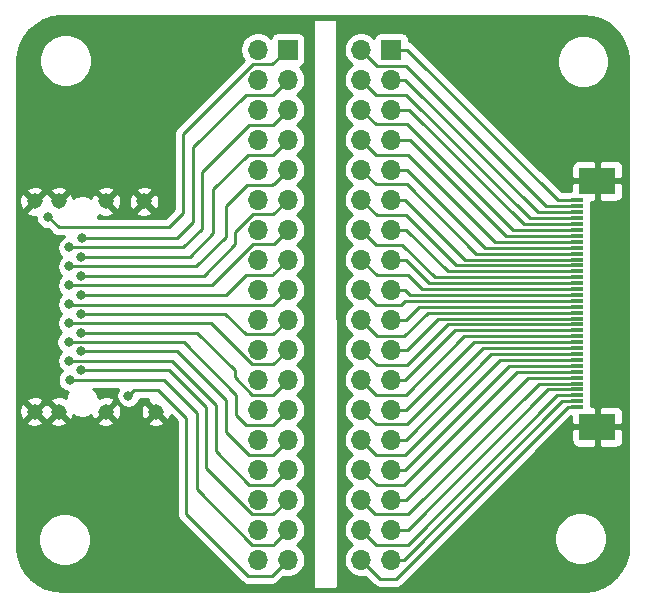
<source format=gbr>
%TF.GenerationSoftware,KiCad,Pcbnew,5.1.10-88a1d61d58~88~ubuntu20.04.1*%
%TF.CreationDate,2021-05-25T15:32:40+07:00*%
%TF.ProjectId,36P-miniSAS-Header-Adapter,3336502d-6d69-46e6-9953-41532d486561,rev?*%
%TF.SameCoordinates,Original*%
%TF.FileFunction,Copper,L2,Bot*%
%TF.FilePolarity,Positive*%
%FSLAX46Y46*%
G04 Gerber Fmt 4.6, Leading zero omitted, Abs format (unit mm)*
G04 Created by KiCad (PCBNEW 5.1.10-88a1d61d58~88~ubuntu20.04.1) date 2021-05-25 15:32:40*
%MOMM*%
%LPD*%
G01*
G04 APERTURE LIST*
%TA.AperFunction,SMDPad,CuDef*%
%ADD10R,1.100000X0.300000*%
%TD*%
%TA.AperFunction,SMDPad,CuDef*%
%ADD11R,3.100000X2.300000*%
%TD*%
%TA.AperFunction,ComponentPad*%
%ADD12O,1.700000X1.700000*%
%TD*%
%TA.AperFunction,ComponentPad*%
%ADD13R,1.700000X1.700000*%
%TD*%
%TA.AperFunction,ComponentPad*%
%ADD14C,1.308000*%
%TD*%
%TA.AperFunction,ViaPad*%
%ADD15C,0.800000*%
%TD*%
%TA.AperFunction,Conductor*%
%ADD16C,0.250000*%
%TD*%
%TA.AperFunction,Conductor*%
%ADD17C,0.254000*%
%TD*%
%TA.AperFunction,Conductor*%
%ADD18C,0.100000*%
%TD*%
G04 APERTURE END LIST*
D10*
%TO.P,J5,36*%
%TO.N,/36*%
X197500000Y-11270000D03*
%TO.P,J5,35*%
%TO.N,/35*%
X197500000Y-10770000D03*
%TO.P,J5,34*%
%TO.N,/34*%
X197500000Y-10270000D03*
%TO.P,J5,33*%
%TO.N,/33*%
X197500000Y-9770000D03*
%TO.P,J5,32*%
%TO.N,/32*%
X197500000Y-9270000D03*
%TO.P,J5,31*%
%TO.N,/31*%
X197500000Y-8770000D03*
%TO.P,J5,30*%
%TO.N,/30*%
X197500000Y-8270000D03*
%TO.P,J5,29*%
%TO.N,/29*%
X197500000Y-7770000D03*
%TO.P,J5,28*%
%TO.N,/28*%
X197500000Y-7270000D03*
%TO.P,J5,27*%
%TO.N,/27*%
X197500000Y-6770000D03*
%TO.P,J5,26*%
%TO.N,/26*%
X197500000Y-6270000D03*
%TO.P,J5,25*%
%TO.N,/25*%
X197500000Y-5770000D03*
%TO.P,J5,24*%
%TO.N,/24*%
X197500000Y-5270000D03*
%TO.P,J5,23*%
%TO.N,/23*%
X197500000Y-4770000D03*
%TO.P,J5,22*%
%TO.N,/22*%
X197500000Y-4270000D03*
%TO.P,J5,21*%
%TO.N,/21*%
X197500000Y-3770000D03*
%TO.P,J5,20*%
%TO.N,/20*%
X197500000Y-3270000D03*
%TO.P,J5,19*%
%TO.N,/19*%
X197500000Y-2770000D03*
%TO.P,J5,18*%
%TO.N,/18*%
X197500000Y-2270000D03*
%TO.P,J5,17*%
%TO.N,/17*%
X197500000Y-1770000D03*
%TO.P,J5,16*%
%TO.N,/16*%
X197500000Y-1270000D03*
%TO.P,J5,15*%
%TO.N,/15*%
X197500000Y-770000D03*
%TO.P,J5,14*%
%TO.N,/14*%
X197500000Y-270000D03*
%TO.P,J5,13*%
%TO.N,/13*%
X197500000Y230000D03*
%TO.P,J5,12*%
%TO.N,/12*%
X197500000Y730000D03*
%TO.P,J5,11*%
%TO.N,/11*%
X197500000Y1230000D03*
%TO.P,J5,10*%
%TO.N,/10*%
X197500000Y1730000D03*
%TO.P,J5,9*%
%TO.N,/9*%
X197500000Y2230000D03*
%TO.P,J5,8*%
%TO.N,/8*%
X197500000Y2730000D03*
%TO.P,J5,7*%
%TO.N,/7*%
X197500000Y3230000D03*
D11*
%TO.P,J5,S1*%
%TO.N,GND*%
X199200000Y7900000D03*
%TO.P,J5,S2*%
X199200000Y-12940000D03*
D10*
%TO.P,J5,6*%
%TO.N,/6*%
X197500000Y3730000D03*
%TO.P,J5,5*%
%TO.N,/5*%
X197500000Y4230000D03*
%TO.P,J5,4*%
%TO.N,/4*%
X197500000Y4730000D03*
%TO.P,J5,3*%
%TO.N,/3*%
X197500000Y5230000D03*
%TO.P,J5,2*%
%TO.N,/2*%
X197500000Y5730000D03*
%TO.P,J5,1*%
%TO.N,/1*%
X197500000Y6230000D03*
%TD*%
D12*
%TO.P,J4,36*%
%TO.N,/36*%
X179210000Y-24180000D03*
%TO.P,J4,35*%
%TO.N,/35*%
X181750000Y-24180000D03*
%TO.P,J4,34*%
%TO.N,/34*%
X179210000Y-21640000D03*
%TO.P,J4,33*%
%TO.N,/33*%
X181750000Y-21640000D03*
%TO.P,J4,32*%
%TO.N,/32*%
X179210000Y-19100000D03*
%TO.P,J4,31*%
%TO.N,/31*%
X181750000Y-19100000D03*
%TO.P,J4,30*%
%TO.N,/30*%
X179210000Y-16560000D03*
%TO.P,J4,29*%
%TO.N,/29*%
X181750000Y-16560000D03*
%TO.P,J4,28*%
%TO.N,/28*%
X179210000Y-14020000D03*
%TO.P,J4,27*%
%TO.N,/27*%
X181750000Y-14020000D03*
%TO.P,J4,26*%
%TO.N,/26*%
X179210000Y-11480000D03*
%TO.P,J4,25*%
%TO.N,/25*%
X181750000Y-11480000D03*
%TO.P,J4,24*%
%TO.N,/24*%
X179210000Y-8940000D03*
%TO.P,J4,23*%
%TO.N,/23*%
X181750000Y-8940000D03*
%TO.P,J4,22*%
%TO.N,/22*%
X179210000Y-6400000D03*
%TO.P,J4,21*%
%TO.N,/21*%
X181750000Y-6400000D03*
%TO.P,J4,20*%
%TO.N,/20*%
X179210000Y-3860000D03*
%TO.P,J4,19*%
%TO.N,/19*%
X181750000Y-3860000D03*
%TO.P,J4,18*%
%TO.N,/18*%
X179210000Y-1320000D03*
%TO.P,J4,17*%
%TO.N,/17*%
X181750000Y-1320000D03*
%TO.P,J4,16*%
%TO.N,/16*%
X179210000Y1220000D03*
%TO.P,J4,15*%
%TO.N,/15*%
X181750000Y1220000D03*
%TO.P,J4,14*%
%TO.N,/14*%
X179210000Y3760000D03*
%TO.P,J4,13*%
%TO.N,/13*%
X181750000Y3760000D03*
%TO.P,J4,12*%
%TO.N,/12*%
X179210000Y6300000D03*
%TO.P,J4,11*%
%TO.N,/11*%
X181750000Y6300000D03*
%TO.P,J4,10*%
%TO.N,/10*%
X179210000Y8840000D03*
%TO.P,J4,9*%
%TO.N,/9*%
X181750000Y8840000D03*
%TO.P,J4,8*%
%TO.N,/8*%
X179210000Y11380000D03*
%TO.P,J4,7*%
%TO.N,/7*%
X181750000Y11380000D03*
%TO.P,J4,6*%
%TO.N,/6*%
X179210000Y13920000D03*
%TO.P,J4,5*%
%TO.N,/5*%
X181750000Y13920000D03*
%TO.P,J4,4*%
%TO.N,/4*%
X179210000Y16460000D03*
%TO.P,J4,3*%
%TO.N,/3*%
X181750000Y16460000D03*
%TO.P,J4,2*%
%TO.N,/2*%
X179210000Y19000000D03*
D13*
%TO.P,J4,1*%
%TO.N,/1*%
X181750000Y19000000D03*
%TD*%
D12*
%TO.P,J2,36*%
%TO.N,Net-(J1-PadB18)*%
X170460000Y-24180000D03*
%TO.P,J2,35*%
%TO.N,/A18*%
X173000000Y-24180000D03*
%TO.P,J2,34*%
%TO.N,Net-(J1-PadB17)*%
X170460000Y-21640000D03*
%TO.P,J2,33*%
%TO.N,/A17*%
X173000000Y-21640000D03*
%TO.P,J2,32*%
%TO.N,Net-(J1-PadB16)*%
X170460000Y-19100000D03*
%TO.P,J2,31*%
%TO.N,/A16*%
X173000000Y-19100000D03*
%TO.P,J2,30*%
%TO.N,Net-(J1-PadB15)*%
X170460000Y-16560000D03*
%TO.P,J2,29*%
%TO.N,/A15*%
X173000000Y-16560000D03*
%TO.P,J2,28*%
%TO.N,Net-(J1-PadB14)*%
X170460000Y-14020000D03*
%TO.P,J2,27*%
%TO.N,/A14*%
X173000000Y-14020000D03*
%TO.P,J2,26*%
%TO.N,Net-(J1-PadB13)*%
X170460000Y-11480000D03*
%TO.P,J2,25*%
%TO.N,/A13*%
X173000000Y-11480000D03*
%TO.P,J2,24*%
%TO.N,Net-(J1-PadB12)*%
X170460000Y-8940000D03*
%TO.P,J2,23*%
%TO.N,/A12*%
X173000000Y-8940000D03*
%TO.P,J2,22*%
%TO.N,Net-(J1-PadB11)*%
X170460000Y-6400000D03*
%TO.P,J2,21*%
%TO.N,/A11*%
X173000000Y-6400000D03*
%TO.P,J2,20*%
%TO.N,Net-(J1-PadB10)*%
X170460000Y-3860000D03*
%TO.P,J2,19*%
%TO.N,/A10*%
X173000000Y-3860000D03*
%TO.P,J2,18*%
%TO.N,Net-(J1-PadB9)*%
X170460000Y-1320000D03*
%TO.P,J2,17*%
%TO.N,/A9*%
X173000000Y-1320000D03*
%TO.P,J2,16*%
%TO.N,Net-(J1-PadB8)*%
X170460000Y1220000D03*
%TO.P,J2,15*%
%TO.N,/A8*%
X173000000Y1220000D03*
%TO.P,J2,14*%
%TO.N,Net-(J1-PadB7)*%
X170460000Y3760000D03*
%TO.P,J2,13*%
%TO.N,/A7*%
X173000000Y3760000D03*
%TO.P,J2,12*%
%TO.N,Net-(J1-PadB6)*%
X170460000Y6300000D03*
%TO.P,J2,11*%
%TO.N,/A6*%
X173000000Y6300000D03*
%TO.P,J2,10*%
%TO.N,Net-(J1-PadB5)*%
X170460000Y8840000D03*
%TO.P,J2,9*%
%TO.N,/A5*%
X173000000Y8840000D03*
%TO.P,J2,8*%
%TO.N,Net-(J1-PadB4)*%
X170460000Y11380000D03*
%TO.P,J2,7*%
%TO.N,/A4*%
X173000000Y11380000D03*
%TO.P,J2,6*%
%TO.N,Net-(J1-PadB3)*%
X170460000Y13920000D03*
%TO.P,J2,5*%
%TO.N,/A3*%
X173000000Y13920000D03*
%TO.P,J2,4*%
%TO.N,Net-(J1-PadB2)*%
X170460000Y16460000D03*
%TO.P,J2,3*%
%TO.N,/A2*%
X173000000Y16460000D03*
%TO.P,J2,2*%
%TO.N,Net-(J1-PadB1)*%
X170460000Y19000000D03*
D13*
%TO.P,J2,1*%
%TO.N,/A1*%
X173000000Y19000000D03*
%TD*%
D14*
%TO.P,J1,S1*%
%TO.N,GND*%
X160830000Y6150000D03*
%TO.P,J1,S2*%
X157590000Y6150000D03*
%TO.P,J1,S3*%
X153590000Y6150000D03*
%TO.P,J1,S4*%
X151560000Y6150000D03*
%TO.P,J1,S5*%
X161830000Y-11650000D03*
%TO.P,J1,S6*%
X157590000Y-11650000D03*
%TO.P,J1,S7*%
X153590000Y-11650000D03*
%TO.P,J1,S8*%
X151560000Y-11650000D03*
%TD*%
D15*
%TO.N,/A1*%
X152700000Y4850000D03*
%TO.N,/A2*%
X155550000Y3050000D03*
%TO.N,/A3*%
X154500000Y2250000D03*
%TO.N,/A4*%
X155500000Y1450000D03*
%TO.N,/A5*%
X154500000Y650000D03*
%TO.N,/A6*%
X155500000Y-150000D03*
%TO.N,/A7*%
X154500000Y-950000D03*
%TO.N,/A8*%
X155500000Y-1750000D03*
%TO.N,/A9*%
X154500000Y-2550000D03*
%TO.N,/A10*%
X155500000Y-3350000D03*
%TO.N,/A11*%
X154500000Y-4150000D03*
%TO.N,/A12*%
X155450000Y-4950000D03*
%TO.N,/A13*%
X154450000Y-5750000D03*
%TO.N,/A14*%
X155500000Y-6550000D03*
%TO.N,/A15*%
X154500000Y-7350000D03*
%TO.N,/A16*%
X155500000Y-8150000D03*
%TO.N,/A17*%
X154550000Y-8950000D03*
%TO.N,/A18*%
X159500000Y-10300000D03*
%TD*%
D16*
%TO.N,/A1*%
X164150000Y5150000D02*
X162950000Y3950000D01*
X164150000Y11889002D02*
X164150000Y5150000D01*
X153600000Y3950000D02*
X152700000Y4850000D01*
X162950000Y3950000D02*
X153600000Y3950000D01*
X170010998Y17750000D02*
X164150000Y11889002D01*
X171700000Y17750000D02*
X170010998Y17750000D01*
X172950000Y19000000D02*
X171700000Y17750000D01*
X173000000Y19000000D02*
X172950000Y19000000D01*
%TO.N,/A2*%
X163600000Y3050000D02*
X155550000Y3050000D01*
X164975000Y4425000D02*
X163600000Y3050000D01*
X164975000Y10725000D02*
X164975000Y4425000D01*
X169450000Y15200000D02*
X164975000Y10725000D01*
X171740000Y15200000D02*
X169450000Y15200000D01*
X173000000Y16460000D02*
X171740000Y15200000D01*
%TO.N,/A3*%
X164150000Y2250000D02*
X154500000Y2250000D01*
X165700000Y3800000D02*
X164150000Y2250000D01*
X173000000Y13920000D02*
X171730000Y12650000D01*
X169750000Y12650000D02*
X165700000Y8600000D01*
X165700000Y8600000D02*
X165700000Y3800000D01*
X171730000Y12650000D02*
X169750000Y12650000D01*
%TO.N,/A4*%
X171720000Y10100000D02*
X169600000Y10100000D01*
X169600000Y10100000D02*
X166700000Y7200000D01*
X166700000Y7200000D02*
X166700000Y3450000D01*
X173000000Y11380000D02*
X171720000Y10100000D01*
X166700000Y3450000D02*
X164700000Y1450000D01*
X164700000Y1450000D02*
X155500000Y1450000D01*
%TO.N,/A5*%
X171824999Y7664999D02*
X171764999Y7664999D01*
X173000000Y8840000D02*
X171824999Y7664999D01*
X171764999Y7664999D02*
X171650000Y7550000D01*
X165250000Y650000D02*
X154500000Y650000D01*
X167750000Y3150000D02*
X165250000Y650000D01*
X169550000Y7550000D02*
X167750000Y5750000D01*
X167750000Y5750000D02*
X167750000Y3150000D01*
X171650000Y7550000D02*
X169550000Y7550000D01*
%TO.N,/A6*%
X171750000Y5050000D02*
X173000000Y6300000D01*
X170010998Y5050000D02*
X171750000Y5050000D01*
X168560998Y3600000D02*
X170010998Y5050000D01*
X168560998Y2539002D02*
X168560998Y3600000D01*
X165871996Y-150000D02*
X168560998Y2539002D01*
X155500000Y-150000D02*
X165871996Y-150000D01*
%TO.N,/A7*%
X173000000Y3760000D02*
X171790000Y2550000D01*
X166550998Y-950000D02*
X154500000Y-950000D01*
X170050998Y2550000D02*
X166550998Y-950000D01*
X171790000Y2550000D02*
X170050998Y2550000D01*
%TO.N,/A8*%
X167750000Y-1750000D02*
X155500000Y-1750000D01*
X171750000Y-50000D02*
X169450000Y-50000D01*
X171780000Y-20000D02*
X171750000Y-50000D01*
X169450000Y-50000D02*
X167750000Y-1750000D01*
X171780000Y0D02*
X171780000Y-20000D01*
X173000000Y1220000D02*
X171780000Y0D01*
%TO.N,/A9*%
X154600000Y-2600000D02*
X154600000Y-2600000D01*
X154550000Y-2600000D02*
X154500000Y-2550000D01*
X156400000Y-2600000D02*
X154550000Y-2600000D01*
X156400000Y-2600000D02*
X154600000Y-2600000D01*
X171720000Y-2600000D02*
X173000000Y-1320000D01*
X156400000Y-2600000D02*
X171720000Y-2600000D01*
%TO.N,/A10*%
X173000000Y-3860000D02*
X171760000Y-5100000D01*
X171760000Y-5100000D02*
X169450000Y-5100000D01*
X167700000Y-3350000D02*
X155500000Y-3350000D01*
X169450000Y-5100000D02*
X167700000Y-3350000D01*
%TO.N,/A11*%
X173000000Y-6400000D02*
X171750000Y-7650000D01*
X169970998Y-7650000D02*
X166470998Y-4150000D01*
X171750000Y-7650000D02*
X169970998Y-7650000D01*
X166470998Y-4150000D02*
X154500000Y-4150000D01*
X154500000Y-4150000D02*
X154500000Y-4150000D01*
%TO.N,/A12*%
X171740000Y-10200000D02*
X173000000Y-8940000D01*
X169980998Y-10200000D02*
X171740000Y-10200000D01*
X168540499Y-8140499D02*
X168540499Y-8759501D01*
X168540499Y-8759501D02*
X169980998Y-10200000D01*
X165350000Y-4950000D02*
X168540499Y-8140499D01*
X155450000Y-4950000D02*
X165350000Y-4950000D01*
%TO.N,/A13*%
X164200000Y-5750000D02*
X154450000Y-5750000D01*
X168650000Y-10200000D02*
X164200000Y-5750000D01*
X168650000Y-11950000D02*
X168650000Y-10200000D01*
X169450000Y-12750000D02*
X168650000Y-11950000D01*
X171730000Y-12750000D02*
X169450000Y-12750000D01*
X173000000Y-11480000D02*
X171730000Y-12750000D01*
%TO.N,/A14*%
X155500000Y-6550000D02*
X155500000Y-6550000D01*
X167750000Y-13350000D02*
X167750000Y-10700000D01*
X163600000Y-6550000D02*
X155500000Y-6550000D01*
X169699002Y-15299002D02*
X167750000Y-13350000D01*
X171720998Y-15299002D02*
X169699002Y-15299002D01*
X167750000Y-10700000D02*
X163600000Y-6550000D01*
X173000000Y-14020000D02*
X171720998Y-15299002D01*
%TO.N,/A15*%
X154500000Y-7350000D02*
X154500000Y-7350000D01*
X163200000Y-7350000D02*
X154500000Y-7350000D01*
X166900000Y-11050000D02*
X163200000Y-7350000D01*
X166900000Y-15000000D02*
X166900000Y-11050000D01*
X169750000Y-17850000D02*
X166900000Y-15000000D01*
X171710000Y-17850000D02*
X169750000Y-17850000D01*
X173000000Y-16560000D02*
X171710000Y-17850000D01*
%TO.N,/A16*%
X155500000Y-8150000D02*
X155500000Y-8150000D01*
X171750000Y-20350000D02*
X173000000Y-19100000D01*
X166050000Y-16429002D02*
X169970998Y-20350000D01*
X166050000Y-11250000D02*
X166050000Y-16429002D01*
X169970998Y-20350000D02*
X171750000Y-20350000D01*
X162950000Y-8150000D02*
X166050000Y-11250000D01*
X155500000Y-8150000D02*
X162950000Y-8150000D01*
%TO.N,/A17*%
X171824999Y-22815001D02*
X173000000Y-21640000D01*
X171800000Y-22900000D02*
X171824999Y-22875001D01*
X165300000Y-18219002D02*
X169980998Y-22900000D01*
X165300000Y-11750000D02*
X165300000Y-18219002D01*
X169980998Y-22900000D02*
X171800000Y-22900000D01*
X162500000Y-8950000D02*
X165300000Y-11750000D01*
X171824999Y-22875001D02*
X171824999Y-22815001D01*
X154550000Y-8950000D02*
X162500000Y-8950000D01*
%TO.N,/A18*%
X173000000Y-24180000D02*
X171630000Y-25550000D01*
X164400000Y-20350000D02*
X169600000Y-25550000D01*
X162050000Y-9800000D02*
X164400000Y-12150000D01*
X160000000Y-9800000D02*
X162050000Y-9800000D01*
X164400000Y-12150000D02*
X164400000Y-20350000D01*
X159500000Y-10300000D02*
X160000000Y-9800000D01*
X171630000Y-25550000D02*
X169600000Y-25550000D01*
%TO.N,GND*%
X199200000Y7700000D02*
X199200000Y7900000D01*
%TO.N,/35*%
X197500000Y-10770000D02*
X196230000Y-10770000D01*
X182820000Y-24180000D02*
X181750000Y-24180000D01*
X196230000Y-10770000D02*
X182820000Y-24180000D01*
%TO.N,/33*%
X197500000Y-9770000D02*
X195030000Y-9770000D01*
X183160000Y-21640000D02*
X181750000Y-21640000D01*
X195030000Y-9770000D02*
X183160000Y-21640000D01*
%TO.N,/31*%
X197500000Y-8770000D02*
X193330000Y-8770000D01*
X183000000Y-19100000D02*
X181750000Y-19100000D01*
X193330000Y-8770000D02*
X183000000Y-19100000D01*
%TO.N,/29*%
X197500000Y-7770000D02*
X191730000Y-7770000D01*
X182940000Y-16560000D02*
X181750000Y-16560000D01*
X191730000Y-7770000D02*
X182940000Y-16560000D01*
%TO.N,/27*%
X197500000Y-6770000D02*
X190230000Y-6770000D01*
X182980000Y-14020000D02*
X181750000Y-14020000D01*
X190230000Y-6770000D02*
X182980000Y-14020000D01*
%TO.N,/25*%
X197500000Y-5770000D02*
X188730000Y-5770000D01*
X183020000Y-11480000D02*
X181750000Y-11480000D01*
X188730000Y-5770000D02*
X183020000Y-11480000D01*
%TO.N,/23*%
X197500000Y-4770000D02*
X187130000Y-4770000D01*
X182960000Y-8940000D02*
X181750000Y-8940000D01*
X187130000Y-4770000D02*
X182960000Y-8940000D01*
%TO.N,/21*%
X197500000Y-3770000D02*
X185730000Y-3770000D01*
X183100000Y-6400000D02*
X181750000Y-6400000D01*
X185730000Y-3770000D02*
X183100000Y-6400000D01*
%TO.N,/19*%
X197500000Y-2770000D02*
X184130000Y-2770000D01*
X183040000Y-3860000D02*
X181750000Y-3860000D01*
X184130000Y-2770000D02*
X183040000Y-3860000D01*
%TO.N,/17*%
X197500000Y-1770000D02*
X183370000Y-1770000D01*
X182920000Y-1320000D02*
X181750000Y-1320000D01*
X183370000Y-1770000D02*
X182920000Y-1320000D01*
%TO.N,/15*%
X197500000Y-770000D02*
X184970000Y-770000D01*
X182980000Y1220000D02*
X181750000Y1220000D01*
X184970000Y-770000D02*
X182980000Y1220000D01*
%TO.N,/13*%
X197500000Y230000D02*
X186570000Y230000D01*
X183040000Y3760000D02*
X181750000Y3760000D01*
X186570000Y230000D02*
X183040000Y3760000D01*
%TO.N,/11*%
X197500000Y1230000D02*
X187970000Y1230000D01*
X182900000Y6300000D02*
X181750000Y6300000D01*
X187970000Y1230000D02*
X182900000Y6300000D01*
%TO.N,/9*%
X197500000Y2230000D02*
X189670000Y2230000D01*
X183060000Y8840000D02*
X181750000Y8840000D01*
X189670000Y2230000D02*
X183060000Y8840000D01*
%TO.N,/7*%
X197500000Y3230000D02*
X191470000Y3230000D01*
X183320000Y11380000D02*
X181750000Y11380000D01*
X191470000Y3230000D02*
X183320000Y11380000D01*
%TO.N,/5*%
X197500000Y4230000D02*
X192970000Y4230000D01*
X183280000Y13920000D02*
X181750000Y13920000D01*
X192970000Y4230000D02*
X183280000Y13920000D01*
%TO.N,/3*%
X197500000Y5230000D02*
X194170000Y5230000D01*
X182940000Y16460000D02*
X181750000Y16460000D01*
X194170000Y5230000D02*
X182940000Y16460000D01*
%TO.N,/1*%
X197500000Y6230000D02*
X195870000Y6230000D01*
X183100000Y19000000D02*
X181750000Y19000000D01*
X195870000Y6230000D02*
X183100000Y19000000D01*
%TO.N,/36*%
X197500000Y-11270000D02*
X196730000Y-11270000D01*
X196730000Y-11270000D02*
X182200000Y-25800000D01*
X180830000Y-25800000D02*
X179210000Y-24180000D01*
X182200000Y-25800000D02*
X180830000Y-25800000D01*
%TO.N,/34*%
X197500000Y-10270000D02*
X195830000Y-10270000D01*
X195830000Y-10270000D02*
X183200000Y-22900000D01*
X180470000Y-22900000D02*
X179210000Y-21640000D01*
X183200000Y-22900000D02*
X180470000Y-22900000D01*
%TO.N,/32*%
X197500000Y-9270000D02*
X194230000Y-9270000D01*
X194230000Y-9270000D02*
X183200000Y-20300000D01*
X180410000Y-20300000D02*
X179210000Y-19100000D01*
X183200000Y-20300000D02*
X180410000Y-20300000D01*
%TO.N,/30*%
X197500000Y-8270000D02*
X192430000Y-8270000D01*
X192430000Y-8270000D02*
X182800000Y-17900000D01*
X180550000Y-17900000D02*
X179210000Y-16560000D01*
X182800000Y-17900000D02*
X180550000Y-17900000D01*
%TO.N,/28*%
X197500000Y-7270000D02*
X190930000Y-7270000D01*
X190930000Y-7270000D02*
X182900000Y-15300000D01*
X180490000Y-15300000D02*
X179210000Y-14020000D01*
X182900000Y-15300000D02*
X180490000Y-15300000D01*
%TO.N,/26*%
X197500000Y-6270000D02*
X189530000Y-6270000D01*
X189530000Y-6270000D02*
X183100000Y-12700000D01*
X180430000Y-12700000D02*
X179210000Y-11480000D01*
X183100000Y-12700000D02*
X180430000Y-12700000D01*
%TO.N,/24*%
X197500000Y-5270000D02*
X187930000Y-5270000D01*
X187930000Y-5270000D02*
X183000000Y-10200000D01*
X180470000Y-10200000D02*
X179210000Y-8940000D01*
X183000000Y-10200000D02*
X180470000Y-10200000D01*
%TO.N,/22*%
X180510000Y-7700000D02*
X179210000Y-6400000D01*
X186530000Y-4270000D02*
X183100000Y-7700000D01*
X183100000Y-7700000D02*
X180510000Y-7700000D01*
X197500000Y-4270000D02*
X186530000Y-4270000D01*
%TO.N,/20*%
X197500000Y-3270000D02*
X184830000Y-3270000D01*
X180574999Y-5224999D02*
X179210000Y-3860000D01*
X182875001Y-5224999D02*
X180574999Y-5224999D01*
X184830000Y-3270000D02*
X182875001Y-5224999D01*
%TO.N,/18*%
X197500000Y-2270000D02*
X182930000Y-2270000D01*
X182930000Y-2270000D02*
X182600000Y-2600000D01*
X180490000Y-2600000D02*
X179210000Y-1320000D01*
X182600000Y-2600000D02*
X180490000Y-2600000D01*
%TO.N,/16*%
X197500000Y-1270000D02*
X184370000Y-1270000D01*
X184370000Y-1270000D02*
X183200000Y-100000D01*
X180530000Y-100000D02*
X179210000Y1220000D01*
X183200000Y-100000D02*
X180530000Y-100000D01*
%TO.N,/14*%
X197500000Y-270000D02*
X185470000Y-270000D01*
X185470000Y-270000D02*
X182700000Y2500000D01*
X180470000Y2500000D02*
X179210000Y3760000D01*
X182700000Y2500000D02*
X180470000Y2500000D01*
%TO.N,/12*%
X197500000Y730000D02*
X187270000Y730000D01*
X183000000Y5000000D02*
X180510000Y5000000D01*
X187270000Y730000D02*
X183000000Y5000000D01*
X180510000Y5000000D02*
X179210000Y6300000D01*
%TO.N,/10*%
X197500000Y1730000D02*
X188970000Y1730000D01*
X188970000Y1730000D02*
X183100000Y7600000D01*
X180450000Y7600000D02*
X179210000Y8840000D01*
X183100000Y7600000D02*
X180450000Y7600000D01*
%TO.N,/8*%
X197500000Y2730000D02*
X190570000Y2730000D01*
X190570000Y2730000D02*
X183200000Y10100000D01*
X180490000Y10100000D02*
X179210000Y11380000D01*
X183200000Y10100000D02*
X180490000Y10100000D01*
%TO.N,/6*%
X197500000Y3730000D02*
X192070000Y3730000D01*
X192070000Y3730000D02*
X183100000Y12700000D01*
X180430000Y12700000D02*
X179210000Y13920000D01*
X183100000Y12700000D02*
X180430000Y12700000D01*
%TO.N,/4*%
X197500000Y4730000D02*
X193470000Y4730000D01*
X193470000Y4730000D02*
X183000000Y15200000D01*
X180470000Y15200000D02*
X179210000Y16460000D01*
X183000000Y15200000D02*
X180470000Y15200000D01*
%TO.N,/2*%
X197500000Y5730000D02*
X194870000Y5730000D01*
X180574999Y17635001D02*
X179210000Y19000000D01*
X182964999Y17635001D02*
X180574999Y17635001D01*
X194870000Y5730000D02*
X182964999Y17635001D01*
%TD*%
D17*
%TO.N,GND*%
X198725555Y21767779D02*
X199424940Y21562602D01*
X200072904Y21228880D01*
X200646074Y20778647D01*
X201123762Y20228161D01*
X201488742Y19597270D01*
X201727836Y18908752D01*
X201835790Y18164210D01*
X201840000Y17991937D01*
X201840001Y-22968581D01*
X201767779Y-23725555D01*
X201562602Y-24424940D01*
X201228878Y-25072906D01*
X200778650Y-25646072D01*
X200228159Y-26123763D01*
X199597270Y-26488741D01*
X198908752Y-26727836D01*
X198164210Y-26835790D01*
X197991937Y-26840000D01*
X153931409Y-26840000D01*
X153174445Y-26767779D01*
X152475060Y-26562602D01*
X151827094Y-26228878D01*
X151253928Y-25778650D01*
X150776237Y-25228159D01*
X150411259Y-24597270D01*
X150172164Y-23908752D01*
X150064210Y-23164210D01*
X150060000Y-22991937D01*
X150060000Y-22279872D01*
X151865000Y-22279872D01*
X151865000Y-22720128D01*
X151950890Y-23151925D01*
X152119369Y-23558669D01*
X152363962Y-23924729D01*
X152675271Y-24236038D01*
X153041331Y-24480631D01*
X153448075Y-24649110D01*
X153879872Y-24735000D01*
X154320128Y-24735000D01*
X154751925Y-24649110D01*
X155158669Y-24480631D01*
X155524729Y-24236038D01*
X155836038Y-23924729D01*
X156080631Y-23558669D01*
X156249110Y-23151925D01*
X156335000Y-22720128D01*
X156335000Y-22279872D01*
X156249110Y-21848075D01*
X156080631Y-21441331D01*
X155836038Y-21075271D01*
X155524729Y-20763962D01*
X155158669Y-20519369D01*
X154751925Y-20350890D01*
X154320128Y-20265000D01*
X153879872Y-20265000D01*
X153448075Y-20350890D01*
X153041331Y-20519369D01*
X152675271Y-20763962D01*
X152363962Y-21075271D01*
X152119369Y-21441331D01*
X151950890Y-21848075D01*
X151865000Y-22279872D01*
X150060000Y-22279872D01*
X150060000Y-12538387D01*
X150851218Y-12538387D01*
X150905093Y-12767468D01*
X151135684Y-12873763D01*
X151382581Y-12933028D01*
X151636296Y-12942988D01*
X151887079Y-12903259D01*
X152125293Y-12815368D01*
X152214907Y-12767468D01*
X152268782Y-12538387D01*
X152881218Y-12538387D01*
X152935093Y-12767468D01*
X153165684Y-12873763D01*
X153412581Y-12933028D01*
X153666296Y-12942988D01*
X153917079Y-12903259D01*
X154155293Y-12815368D01*
X154244907Y-12767468D01*
X154298782Y-12538387D01*
X156881218Y-12538387D01*
X156935093Y-12767468D01*
X157165684Y-12873763D01*
X157412581Y-12933028D01*
X157666296Y-12942988D01*
X157917079Y-12903259D01*
X158155293Y-12815368D01*
X158244907Y-12767468D01*
X158298782Y-12538387D01*
X161121218Y-12538387D01*
X161175093Y-12767468D01*
X161405684Y-12873763D01*
X161652581Y-12933028D01*
X161906296Y-12942988D01*
X162157079Y-12903259D01*
X162395293Y-12815368D01*
X162484907Y-12767468D01*
X162538782Y-12538387D01*
X161830000Y-11829605D01*
X161121218Y-12538387D01*
X158298782Y-12538387D01*
X157590000Y-11829605D01*
X156881218Y-12538387D01*
X154298782Y-12538387D01*
X153590000Y-11829605D01*
X152881218Y-12538387D01*
X152268782Y-12538387D01*
X151560000Y-11829605D01*
X150851218Y-12538387D01*
X150060000Y-12538387D01*
X150060000Y-11726296D01*
X150267012Y-11726296D01*
X150306741Y-11977079D01*
X150394632Y-12215293D01*
X150442532Y-12304907D01*
X150671613Y-12358782D01*
X151380395Y-11650000D01*
X151739605Y-11650000D01*
X152448387Y-12358782D01*
X152575000Y-12329005D01*
X152701613Y-12358782D01*
X153410395Y-11650000D01*
X152701613Y-10941218D01*
X152575000Y-10970995D01*
X152448387Y-10941218D01*
X151739605Y-11650000D01*
X151380395Y-11650000D01*
X150671613Y-10941218D01*
X150442532Y-10995093D01*
X150336237Y-11225684D01*
X150276972Y-11472581D01*
X150267012Y-11726296D01*
X150060000Y-11726296D01*
X150060000Y-10761613D01*
X150851218Y-10761613D01*
X151560000Y-11470395D01*
X152268782Y-10761613D01*
X152214907Y-10532532D01*
X151984316Y-10426237D01*
X151737419Y-10366972D01*
X151483704Y-10357012D01*
X151232921Y-10396741D01*
X150994707Y-10484632D01*
X150905093Y-10532532D01*
X150851218Y-10761613D01*
X150060000Y-10761613D01*
X150060000Y5261613D01*
X150851218Y5261613D01*
X150905093Y5032532D01*
X151135684Y4926237D01*
X151382581Y4866972D01*
X151636296Y4857012D01*
X151665000Y4861559D01*
X151665000Y4748061D01*
X151704774Y4548102D01*
X151782795Y4359744D01*
X151896063Y4190226D01*
X152040226Y4046063D01*
X152209744Y3932795D01*
X152398102Y3854774D01*
X152598061Y3815000D01*
X152660198Y3815000D01*
X153036201Y3438997D01*
X153059999Y3409999D01*
X153175724Y3315026D01*
X153307753Y3244454D01*
X153451014Y3200997D01*
X153562667Y3190000D01*
X153562676Y3190000D01*
X153599999Y3186324D01*
X153637322Y3190000D01*
X154064776Y3190000D01*
X154009744Y3167205D01*
X153840226Y3053937D01*
X153696063Y2909774D01*
X153582795Y2740256D01*
X153504774Y2551898D01*
X153465000Y2351939D01*
X153465000Y2148061D01*
X153504774Y1948102D01*
X153582795Y1759744D01*
X153696063Y1590226D01*
X153836289Y1450000D01*
X153696063Y1309774D01*
X153582795Y1140256D01*
X153504774Y951898D01*
X153465000Y751939D01*
X153465000Y548061D01*
X153504774Y348102D01*
X153582795Y159744D01*
X153696063Y-9774D01*
X153836289Y-150000D01*
X153696063Y-290226D01*
X153582795Y-459744D01*
X153504774Y-648102D01*
X153465000Y-848061D01*
X153465000Y-1051939D01*
X153504774Y-1251898D01*
X153582795Y-1440256D01*
X153696063Y-1609774D01*
X153836289Y-1750000D01*
X153696063Y-1890226D01*
X153582795Y-2059744D01*
X153504774Y-2248102D01*
X153465000Y-2448061D01*
X153465000Y-2651939D01*
X153504774Y-2851898D01*
X153582795Y-3040256D01*
X153696063Y-3209774D01*
X153836289Y-3350000D01*
X153696063Y-3490226D01*
X153582795Y-3659744D01*
X153504774Y-3848102D01*
X153465000Y-4048061D01*
X153465000Y-4251939D01*
X153504774Y-4451898D01*
X153582795Y-4640256D01*
X153696063Y-4809774D01*
X153815479Y-4929190D01*
X153790226Y-4946063D01*
X153646063Y-5090226D01*
X153532795Y-5259744D01*
X153454774Y-5448102D01*
X153415000Y-5648061D01*
X153415000Y-5851939D01*
X153454774Y-6051898D01*
X153532795Y-6240256D01*
X153646063Y-6409774D01*
X153790226Y-6553937D01*
X153815479Y-6570810D01*
X153696063Y-6690226D01*
X153582795Y-6859744D01*
X153504774Y-7048102D01*
X153465000Y-7248061D01*
X153465000Y-7451939D01*
X153504774Y-7651898D01*
X153582795Y-7840256D01*
X153696063Y-8009774D01*
X153840226Y-8153937D01*
X153865479Y-8170810D01*
X153746063Y-8290226D01*
X153632795Y-8459744D01*
X153554774Y-8648102D01*
X153515000Y-8848061D01*
X153515000Y-9051939D01*
X153554774Y-9251898D01*
X153632795Y-9440256D01*
X153746063Y-9609774D01*
X153890226Y-9753937D01*
X154059744Y-9867205D01*
X154248102Y-9945226D01*
X154410374Y-9977504D01*
X154340475Y-10082115D01*
X154234186Y-10338718D01*
X154199772Y-10511726D01*
X154014316Y-10426237D01*
X153767419Y-10366972D01*
X153513704Y-10357012D01*
X153262921Y-10396741D01*
X153024707Y-10484632D01*
X152935093Y-10532532D01*
X152881218Y-10761613D01*
X153590000Y-11470395D01*
X153604143Y-11456253D01*
X153783748Y-11635858D01*
X153769605Y-11650000D01*
X154478387Y-12358782D01*
X154707468Y-12304907D01*
X154813763Y-12074316D01*
X154844211Y-11947471D01*
X154922115Y-11999525D01*
X155178718Y-12105814D01*
X155451127Y-12160000D01*
X155728873Y-12160000D01*
X156001282Y-12105814D01*
X156257885Y-11999525D01*
X156332408Y-11949730D01*
X156336741Y-11977079D01*
X156424632Y-12215293D01*
X156472532Y-12304907D01*
X156701613Y-12358782D01*
X157410395Y-11650000D01*
X157769605Y-11650000D01*
X158478387Y-12358782D01*
X158707468Y-12304907D01*
X158813763Y-12074316D01*
X158873028Y-11827419D01*
X158876997Y-11726296D01*
X160537012Y-11726296D01*
X160576741Y-11977079D01*
X160664632Y-12215293D01*
X160712532Y-12304907D01*
X160941613Y-12358782D01*
X161650395Y-11650000D01*
X160941613Y-10941218D01*
X160712532Y-10995093D01*
X160606237Y-11225684D01*
X160546972Y-11472581D01*
X160537012Y-11726296D01*
X158876997Y-11726296D01*
X158882988Y-11573704D01*
X158843259Y-11322921D01*
X158755368Y-11084707D01*
X158707468Y-10995093D01*
X158478387Y-10941218D01*
X157769605Y-11650000D01*
X157410395Y-11650000D01*
X157396253Y-11635858D01*
X157575858Y-11456253D01*
X157590000Y-11470395D01*
X158298782Y-10761613D01*
X158244907Y-10532532D01*
X158014316Y-10426237D01*
X157767419Y-10366972D01*
X157513704Y-10357012D01*
X157262921Y-10396741D01*
X157024707Y-10484632D01*
X156979631Y-10508726D01*
X156945814Y-10338718D01*
X156839525Y-10082115D01*
X156685218Y-9851178D01*
X156544040Y-9710000D01*
X158649442Y-9710000D01*
X158582795Y-9809744D01*
X158504774Y-9998102D01*
X158465000Y-10198061D01*
X158465000Y-10401939D01*
X158504774Y-10601898D01*
X158582795Y-10790256D01*
X158696063Y-10959774D01*
X158840226Y-11103937D01*
X159009744Y-11217205D01*
X159198102Y-11295226D01*
X159398061Y-11335000D01*
X159601939Y-11335000D01*
X159801898Y-11295226D01*
X159990256Y-11217205D01*
X160159774Y-11103937D01*
X160303937Y-10959774D01*
X160417205Y-10790256D01*
X160495226Y-10601898D01*
X160503560Y-10560000D01*
X161168633Y-10560000D01*
X161121218Y-10761613D01*
X161830000Y-11470395D01*
X161844143Y-11456253D01*
X162023748Y-11635858D01*
X162009605Y-11650000D01*
X162718387Y-12358782D01*
X162947468Y-12304907D01*
X163053763Y-12074316D01*
X163091655Y-11916457D01*
X163640000Y-12464802D01*
X163640001Y-20312668D01*
X163636324Y-20350000D01*
X163650998Y-20498985D01*
X163694454Y-20642246D01*
X163765026Y-20774276D01*
X163818965Y-20840000D01*
X163860000Y-20890001D01*
X163888998Y-20913799D01*
X169036201Y-26061003D01*
X169059999Y-26090001D01*
X169088997Y-26113799D01*
X169175724Y-26184974D01*
X169307753Y-26255546D01*
X169451014Y-26299003D01*
X169600000Y-26313677D01*
X169637333Y-26310000D01*
X171592678Y-26310000D01*
X171630000Y-26313676D01*
X171667322Y-26310000D01*
X171667333Y-26310000D01*
X171778986Y-26299003D01*
X171922247Y-26255546D01*
X172054276Y-26184974D01*
X172170001Y-26090001D01*
X172193804Y-26060997D01*
X172633592Y-25621209D01*
X172853740Y-25665000D01*
X173146260Y-25665000D01*
X173433158Y-25607932D01*
X173703411Y-25495990D01*
X173946632Y-25333475D01*
X174153475Y-25126632D01*
X174315990Y-24883411D01*
X174427932Y-24613158D01*
X174485000Y-24326260D01*
X174485000Y-24033740D01*
X174427932Y-23746842D01*
X174315990Y-23476589D01*
X174153475Y-23233368D01*
X173946632Y-23026525D01*
X173772240Y-22910000D01*
X173946632Y-22793475D01*
X174153475Y-22586632D01*
X174315990Y-22343411D01*
X174427932Y-22073158D01*
X174485000Y-21786260D01*
X174485000Y-21493740D01*
X174427932Y-21206842D01*
X174315990Y-20936589D01*
X174153475Y-20693368D01*
X173946632Y-20486525D01*
X173772240Y-20370000D01*
X173946632Y-20253475D01*
X174153475Y-20046632D01*
X174315990Y-19803411D01*
X174427932Y-19533158D01*
X174485000Y-19246260D01*
X174485000Y-18953740D01*
X174427932Y-18666842D01*
X174315990Y-18396589D01*
X174153475Y-18153368D01*
X173946632Y-17946525D01*
X173772240Y-17830000D01*
X173946632Y-17713475D01*
X174153475Y-17506632D01*
X174315990Y-17263411D01*
X174427932Y-16993158D01*
X174485000Y-16706260D01*
X174485000Y-16413740D01*
X174427932Y-16126842D01*
X174315990Y-15856589D01*
X174153475Y-15613368D01*
X173946632Y-15406525D01*
X173772240Y-15290000D01*
X173946632Y-15173475D01*
X174153475Y-14966632D01*
X174315990Y-14723411D01*
X174427932Y-14453158D01*
X174485000Y-14166260D01*
X174485000Y-13873740D01*
X174427932Y-13586842D01*
X174315990Y-13316589D01*
X174153475Y-13073368D01*
X173946632Y-12866525D01*
X173772240Y-12750000D01*
X173946632Y-12633475D01*
X174153475Y-12426632D01*
X174315990Y-12183411D01*
X174427932Y-11913158D01*
X174485000Y-11626260D01*
X174485000Y-11333740D01*
X174427932Y-11046842D01*
X174315990Y-10776589D01*
X174153475Y-10533368D01*
X173946632Y-10326525D01*
X173772240Y-10210000D01*
X173946632Y-10093475D01*
X174153475Y-9886632D01*
X174315990Y-9643411D01*
X174427932Y-9373158D01*
X174485000Y-9086260D01*
X174485000Y-8793740D01*
X174427932Y-8506842D01*
X174315990Y-8236589D01*
X174153475Y-7993368D01*
X173946632Y-7786525D01*
X173772240Y-7670000D01*
X173946632Y-7553475D01*
X174153475Y-7346632D01*
X174315990Y-7103411D01*
X174427932Y-6833158D01*
X174485000Y-6546260D01*
X174485000Y-6253740D01*
X174427932Y-5966842D01*
X174315990Y-5696589D01*
X174153475Y-5453368D01*
X173946632Y-5246525D01*
X173772240Y-5130000D01*
X173946632Y-5013475D01*
X174153475Y-4806632D01*
X174315990Y-4563411D01*
X174427932Y-4293158D01*
X174485000Y-4006260D01*
X174485000Y-3713740D01*
X174427932Y-3426842D01*
X174315990Y-3156589D01*
X174153475Y-2913368D01*
X173946632Y-2706525D01*
X173772240Y-2590000D01*
X173946632Y-2473475D01*
X174153475Y-2266632D01*
X174315990Y-2023411D01*
X174427932Y-1753158D01*
X174485000Y-1466260D01*
X174485000Y-1173740D01*
X174427932Y-886842D01*
X174315990Y-616589D01*
X174153475Y-373368D01*
X173946632Y-166525D01*
X173772240Y-50000D01*
X173946632Y66525D01*
X174153475Y273368D01*
X174315990Y516589D01*
X174427932Y786842D01*
X174485000Y1073740D01*
X174485000Y1366260D01*
X174427932Y1653158D01*
X174315990Y1923411D01*
X174153475Y2166632D01*
X173946632Y2373475D01*
X173772240Y2490000D01*
X173946632Y2606525D01*
X174153475Y2813368D01*
X174315990Y3056589D01*
X174427932Y3326842D01*
X174485000Y3613740D01*
X174485000Y3906260D01*
X174427932Y4193158D01*
X174315990Y4463411D01*
X174153475Y4706632D01*
X173946632Y4913475D01*
X173772240Y5030000D01*
X173946632Y5146525D01*
X174153475Y5353368D01*
X174315990Y5596589D01*
X174427932Y5866842D01*
X174485000Y6153740D01*
X174485000Y6446260D01*
X174427932Y6733158D01*
X174315990Y7003411D01*
X174153475Y7246632D01*
X173946632Y7453475D01*
X173772240Y7570000D01*
X173946632Y7686525D01*
X174153475Y7893368D01*
X174315990Y8136589D01*
X174427932Y8406842D01*
X174485000Y8693740D01*
X174485000Y8986260D01*
X174427932Y9273158D01*
X174315990Y9543411D01*
X174153475Y9786632D01*
X173946632Y9993475D01*
X173772240Y10110000D01*
X173946632Y10226525D01*
X174153475Y10433368D01*
X174315990Y10676589D01*
X174427932Y10946842D01*
X174485000Y11233740D01*
X174485000Y11526260D01*
X174427932Y11813158D01*
X174315990Y12083411D01*
X174153475Y12326632D01*
X173946632Y12533475D01*
X173772240Y12650000D01*
X173946632Y12766525D01*
X174153475Y12973368D01*
X174315990Y13216589D01*
X174427932Y13486842D01*
X174485000Y13773740D01*
X174485000Y14066260D01*
X174427932Y14353158D01*
X174315990Y14623411D01*
X174153475Y14866632D01*
X173946632Y15073475D01*
X173772240Y15190000D01*
X173946632Y15306525D01*
X174153475Y15513368D01*
X174315990Y15756589D01*
X174427932Y16026842D01*
X174485000Y16313740D01*
X174485000Y16606260D01*
X174427932Y16893158D01*
X174315990Y17163411D01*
X174153475Y17406632D01*
X174021620Y17538487D01*
X174094180Y17560498D01*
X174204494Y17619463D01*
X174301185Y17698815D01*
X174380537Y17795506D01*
X174439502Y17905820D01*
X174475812Y18025518D01*
X174488072Y18150000D01*
X174488072Y19850000D01*
X174475812Y19974482D01*
X174439502Y20094180D01*
X174380537Y20204494D01*
X174301185Y20301185D01*
X174204494Y20380537D01*
X174094180Y20439502D01*
X173974482Y20475812D01*
X173850000Y20488072D01*
X172150000Y20488072D01*
X172025518Y20475812D01*
X171905820Y20439502D01*
X171795506Y20380537D01*
X171698815Y20301185D01*
X171619463Y20204494D01*
X171560498Y20094180D01*
X171538487Y20021620D01*
X171406632Y20153475D01*
X171163411Y20315990D01*
X170893158Y20427932D01*
X170606260Y20485000D01*
X170313740Y20485000D01*
X170026842Y20427932D01*
X169756589Y20315990D01*
X169513368Y20153475D01*
X169306525Y19946632D01*
X169144010Y19703411D01*
X169032068Y19433158D01*
X168975000Y19146260D01*
X168975000Y18853740D01*
X169032068Y18566842D01*
X169144010Y18296589D01*
X169279704Y18093508D01*
X163639003Y12452806D01*
X163609999Y12429003D01*
X163554871Y12361828D01*
X163515026Y12313278D01*
X163444455Y12181249D01*
X163444454Y12181248D01*
X163400997Y12037987D01*
X163390000Y11926334D01*
X163390000Y11926324D01*
X163386324Y11889002D01*
X163390000Y11851679D01*
X163390001Y5464803D01*
X162635199Y4710000D01*
X156892497Y4710000D01*
X156945814Y4838718D01*
X156980228Y5011726D01*
X157165684Y4926237D01*
X157412581Y4866972D01*
X157666296Y4857012D01*
X157917079Y4896741D01*
X158155293Y4984632D01*
X158244907Y5032532D01*
X158298782Y5261613D01*
X160121218Y5261613D01*
X160175093Y5032532D01*
X160405684Y4926237D01*
X160652581Y4866972D01*
X160906296Y4857012D01*
X161157079Y4896741D01*
X161395293Y4984632D01*
X161484907Y5032532D01*
X161538782Y5261613D01*
X160830000Y5970395D01*
X160121218Y5261613D01*
X158298782Y5261613D01*
X157590000Y5970395D01*
X157575858Y5956253D01*
X157396253Y6135858D01*
X157410395Y6150000D01*
X157769605Y6150000D01*
X158478387Y5441218D01*
X158707468Y5495093D01*
X158813763Y5725684D01*
X158873028Y5972581D01*
X158876997Y6073704D01*
X159537012Y6073704D01*
X159576741Y5822921D01*
X159664632Y5584707D01*
X159712532Y5495093D01*
X159941613Y5441218D01*
X160650395Y6150000D01*
X161009605Y6150000D01*
X161718387Y5441218D01*
X161947468Y5495093D01*
X162053763Y5725684D01*
X162113028Y5972581D01*
X162122988Y6226296D01*
X162083259Y6477079D01*
X161995368Y6715293D01*
X161947468Y6804907D01*
X161718387Y6858782D01*
X161009605Y6150000D01*
X160650395Y6150000D01*
X159941613Y6858782D01*
X159712532Y6804907D01*
X159606237Y6574316D01*
X159546972Y6327419D01*
X159537012Y6073704D01*
X158876997Y6073704D01*
X158882988Y6226296D01*
X158843259Y6477079D01*
X158755368Y6715293D01*
X158707468Y6804907D01*
X158478387Y6858782D01*
X157769605Y6150000D01*
X157410395Y6150000D01*
X156701613Y6858782D01*
X156472532Y6804907D01*
X156366237Y6574316D01*
X156335789Y6447471D01*
X156257885Y6499525D01*
X156001282Y6605814D01*
X155728873Y6660000D01*
X155451127Y6660000D01*
X155178718Y6605814D01*
X154922115Y6499525D01*
X154847592Y6449730D01*
X154843259Y6477079D01*
X154755368Y6715293D01*
X154707468Y6804907D01*
X154478387Y6858782D01*
X153769605Y6150000D01*
X153783748Y6135858D01*
X153604143Y5956253D01*
X153590000Y5970395D01*
X153575858Y5956253D01*
X153396253Y6135858D01*
X153410395Y6150000D01*
X152701613Y6858782D01*
X152575000Y6829005D01*
X152448387Y6858782D01*
X151739605Y6150000D01*
X151753748Y6135858D01*
X151574143Y5956253D01*
X151560000Y5970395D01*
X150851218Y5261613D01*
X150060000Y5261613D01*
X150060000Y6073704D01*
X150267012Y6073704D01*
X150306741Y5822921D01*
X150394632Y5584707D01*
X150442532Y5495093D01*
X150671613Y5441218D01*
X151380395Y6150000D01*
X150671613Y6858782D01*
X150442532Y6804907D01*
X150336237Y6574316D01*
X150276972Y6327419D01*
X150267012Y6073704D01*
X150060000Y6073704D01*
X150060000Y7038387D01*
X150851218Y7038387D01*
X151560000Y6329605D01*
X152268782Y7038387D01*
X152881218Y7038387D01*
X153590000Y6329605D01*
X154298782Y7038387D01*
X156881218Y7038387D01*
X157590000Y6329605D01*
X158298782Y7038387D01*
X160121218Y7038387D01*
X160830000Y6329605D01*
X161538782Y7038387D01*
X161484907Y7267468D01*
X161254316Y7373763D01*
X161007419Y7433028D01*
X160753704Y7442988D01*
X160502921Y7403259D01*
X160264707Y7315368D01*
X160175093Y7267468D01*
X160121218Y7038387D01*
X158298782Y7038387D01*
X158244907Y7267468D01*
X158014316Y7373763D01*
X157767419Y7433028D01*
X157513704Y7442988D01*
X157262921Y7403259D01*
X157024707Y7315368D01*
X156935093Y7267468D01*
X156881218Y7038387D01*
X154298782Y7038387D01*
X154244907Y7267468D01*
X154014316Y7373763D01*
X153767419Y7433028D01*
X153513704Y7442988D01*
X153262921Y7403259D01*
X153024707Y7315368D01*
X152935093Y7267468D01*
X152881218Y7038387D01*
X152268782Y7038387D01*
X152214907Y7267468D01*
X151984316Y7373763D01*
X151737419Y7433028D01*
X151483704Y7442988D01*
X151232921Y7403259D01*
X150994707Y7315368D01*
X150905093Y7267468D01*
X150851218Y7038387D01*
X150060000Y7038387D01*
X150060000Y17968591D01*
X150093539Y18320128D01*
X151965000Y18320128D01*
X151965000Y17879872D01*
X152050890Y17448075D01*
X152219369Y17041331D01*
X152463962Y16675271D01*
X152775271Y16363962D01*
X153141331Y16119369D01*
X153548075Y15950890D01*
X153979872Y15865000D01*
X154420128Y15865000D01*
X154851925Y15950890D01*
X155258669Y16119369D01*
X155624729Y16363962D01*
X155936038Y16675271D01*
X156180631Y17041331D01*
X156349110Y17448075D01*
X156435000Y17879872D01*
X156435000Y18320128D01*
X156349110Y18751925D01*
X156180631Y19158669D01*
X155936038Y19524729D01*
X155624729Y19836038D01*
X155258669Y20080631D01*
X154851925Y20249110D01*
X154420128Y20335000D01*
X153979872Y20335000D01*
X153548075Y20249110D01*
X153141331Y20080631D01*
X152775271Y19836038D01*
X152463962Y19524729D01*
X152219369Y19158669D01*
X152050890Y18751925D01*
X151965000Y18320128D01*
X150093539Y18320128D01*
X150132221Y18725555D01*
X150337398Y19424940D01*
X150671120Y20072904D01*
X151121353Y20646074D01*
X151671839Y21123762D01*
X152302730Y21488742D01*
X152335149Y21500000D01*
X175123000Y21500000D01*
X175123000Y-26500000D01*
X175125440Y-26524776D01*
X175132667Y-26548601D01*
X175144403Y-26570557D01*
X175160197Y-26589803D01*
X175179443Y-26605597D01*
X175201399Y-26617333D01*
X175225224Y-26624560D01*
X175250000Y-26627000D01*
X177100000Y-26627000D01*
X177125036Y-26624508D01*
X177148845Y-26617231D01*
X177170777Y-26605449D01*
X177189989Y-26589615D01*
X177205743Y-26570337D01*
X177217434Y-26548356D01*
X177224611Y-26524517D01*
X177227000Y-26499735D01*
X177131905Y19146260D01*
X177725000Y19146260D01*
X177725000Y18853740D01*
X177782068Y18566842D01*
X177894010Y18296589D01*
X178056525Y18053368D01*
X178263368Y17846525D01*
X178437760Y17730000D01*
X178263368Y17613475D01*
X178056525Y17406632D01*
X177894010Y17163411D01*
X177782068Y16893158D01*
X177725000Y16606260D01*
X177725000Y16313740D01*
X177782068Y16026842D01*
X177894010Y15756589D01*
X178056525Y15513368D01*
X178263368Y15306525D01*
X178437760Y15190000D01*
X178263368Y15073475D01*
X178056525Y14866632D01*
X177894010Y14623411D01*
X177782068Y14353158D01*
X177725000Y14066260D01*
X177725000Y13773740D01*
X177782068Y13486842D01*
X177894010Y13216589D01*
X178056525Y12973368D01*
X178263368Y12766525D01*
X178437760Y12650000D01*
X178263368Y12533475D01*
X178056525Y12326632D01*
X177894010Y12083411D01*
X177782068Y11813158D01*
X177725000Y11526260D01*
X177725000Y11233740D01*
X177782068Y10946842D01*
X177894010Y10676589D01*
X178056525Y10433368D01*
X178263368Y10226525D01*
X178437760Y10110000D01*
X178263368Y9993475D01*
X178056525Y9786632D01*
X177894010Y9543411D01*
X177782068Y9273158D01*
X177725000Y8986260D01*
X177725000Y8693740D01*
X177782068Y8406842D01*
X177894010Y8136589D01*
X178056525Y7893368D01*
X178263368Y7686525D01*
X178437760Y7570000D01*
X178263368Y7453475D01*
X178056525Y7246632D01*
X177894010Y7003411D01*
X177782068Y6733158D01*
X177725000Y6446260D01*
X177725000Y6153740D01*
X177782068Y5866842D01*
X177894010Y5596589D01*
X178056525Y5353368D01*
X178263368Y5146525D01*
X178437760Y5030000D01*
X178263368Y4913475D01*
X178056525Y4706632D01*
X177894010Y4463411D01*
X177782068Y4193158D01*
X177725000Y3906260D01*
X177725000Y3613740D01*
X177782068Y3326842D01*
X177894010Y3056589D01*
X178056525Y2813368D01*
X178263368Y2606525D01*
X178437760Y2490000D01*
X178263368Y2373475D01*
X178056525Y2166632D01*
X177894010Y1923411D01*
X177782068Y1653158D01*
X177725000Y1366260D01*
X177725000Y1073740D01*
X177782068Y786842D01*
X177894010Y516589D01*
X178056525Y273368D01*
X178263368Y66525D01*
X178437760Y-50000D01*
X178263368Y-166525D01*
X178056525Y-373368D01*
X177894010Y-616589D01*
X177782068Y-886842D01*
X177725000Y-1173740D01*
X177725000Y-1466260D01*
X177782068Y-1753158D01*
X177894010Y-2023411D01*
X178056525Y-2266632D01*
X178263368Y-2473475D01*
X178437760Y-2590000D01*
X178263368Y-2706525D01*
X178056525Y-2913368D01*
X177894010Y-3156589D01*
X177782068Y-3426842D01*
X177725000Y-3713740D01*
X177725000Y-4006260D01*
X177782068Y-4293158D01*
X177894010Y-4563411D01*
X178056525Y-4806632D01*
X178263368Y-5013475D01*
X178437760Y-5130000D01*
X178263368Y-5246525D01*
X178056525Y-5453368D01*
X177894010Y-5696589D01*
X177782068Y-5966842D01*
X177725000Y-6253740D01*
X177725000Y-6546260D01*
X177782068Y-6833158D01*
X177894010Y-7103411D01*
X178056525Y-7346632D01*
X178263368Y-7553475D01*
X178437760Y-7670000D01*
X178263368Y-7786525D01*
X178056525Y-7993368D01*
X177894010Y-8236589D01*
X177782068Y-8506842D01*
X177725000Y-8793740D01*
X177725000Y-9086260D01*
X177782068Y-9373158D01*
X177894010Y-9643411D01*
X178056525Y-9886632D01*
X178263368Y-10093475D01*
X178437760Y-10210000D01*
X178263368Y-10326525D01*
X178056525Y-10533368D01*
X177894010Y-10776589D01*
X177782068Y-11046842D01*
X177725000Y-11333740D01*
X177725000Y-11626260D01*
X177782068Y-11913158D01*
X177894010Y-12183411D01*
X178056525Y-12426632D01*
X178263368Y-12633475D01*
X178437760Y-12750000D01*
X178263368Y-12866525D01*
X178056525Y-13073368D01*
X177894010Y-13316589D01*
X177782068Y-13586842D01*
X177725000Y-13873740D01*
X177725000Y-14166260D01*
X177782068Y-14453158D01*
X177894010Y-14723411D01*
X178056525Y-14966632D01*
X178263368Y-15173475D01*
X178437760Y-15290000D01*
X178263368Y-15406525D01*
X178056525Y-15613368D01*
X177894010Y-15856589D01*
X177782068Y-16126842D01*
X177725000Y-16413740D01*
X177725000Y-16706260D01*
X177782068Y-16993158D01*
X177894010Y-17263411D01*
X178056525Y-17506632D01*
X178263368Y-17713475D01*
X178437760Y-17830000D01*
X178263368Y-17946525D01*
X178056525Y-18153368D01*
X177894010Y-18396589D01*
X177782068Y-18666842D01*
X177725000Y-18953740D01*
X177725000Y-19246260D01*
X177782068Y-19533158D01*
X177894010Y-19803411D01*
X178056525Y-20046632D01*
X178263368Y-20253475D01*
X178437760Y-20370000D01*
X178263368Y-20486525D01*
X178056525Y-20693368D01*
X177894010Y-20936589D01*
X177782068Y-21206842D01*
X177725000Y-21493740D01*
X177725000Y-21786260D01*
X177782068Y-22073158D01*
X177894010Y-22343411D01*
X178056525Y-22586632D01*
X178263368Y-22793475D01*
X178437760Y-22910000D01*
X178263368Y-23026525D01*
X178056525Y-23233368D01*
X177894010Y-23476589D01*
X177782068Y-23746842D01*
X177725000Y-24033740D01*
X177725000Y-24326260D01*
X177782068Y-24613158D01*
X177894010Y-24883411D01*
X178056525Y-25126632D01*
X178263368Y-25333475D01*
X178506589Y-25495990D01*
X178776842Y-25607932D01*
X179063740Y-25665000D01*
X179356260Y-25665000D01*
X179576408Y-25621210D01*
X180266201Y-26311003D01*
X180289999Y-26340001D01*
X180318997Y-26363799D01*
X180405723Y-26434974D01*
X180527377Y-26500000D01*
X180537753Y-26505546D01*
X180681014Y-26549003D01*
X180792667Y-26560000D01*
X180792677Y-26560000D01*
X180830000Y-26563676D01*
X180867323Y-26560000D01*
X182162678Y-26560000D01*
X182200000Y-26563676D01*
X182237322Y-26560000D01*
X182237333Y-26560000D01*
X182348986Y-26549003D01*
X182492247Y-26505546D01*
X182624276Y-26434974D01*
X182740001Y-26340001D01*
X182763804Y-26310997D01*
X186894929Y-22179872D01*
X195565000Y-22179872D01*
X195565000Y-22620128D01*
X195650890Y-23051925D01*
X195819369Y-23458669D01*
X196063962Y-23824729D01*
X196375271Y-24136038D01*
X196741331Y-24380631D01*
X197148075Y-24549110D01*
X197579872Y-24635000D01*
X198020128Y-24635000D01*
X198451925Y-24549110D01*
X198858669Y-24380631D01*
X199224729Y-24136038D01*
X199536038Y-23824729D01*
X199780631Y-23458669D01*
X199949110Y-23051925D01*
X200035000Y-22620128D01*
X200035000Y-22179872D01*
X199949110Y-21748075D01*
X199780631Y-21341331D01*
X199536038Y-20975271D01*
X199224729Y-20663962D01*
X198858669Y-20419369D01*
X198451925Y-20250890D01*
X198020128Y-20165000D01*
X197579872Y-20165000D01*
X197148075Y-20250890D01*
X196741331Y-20419369D01*
X196375271Y-20663962D01*
X196063962Y-20975271D01*
X195819369Y-21341331D01*
X195650890Y-21748075D01*
X195565000Y-22179872D01*
X186894929Y-22179872D01*
X194984801Y-14090000D01*
X197011928Y-14090000D01*
X197024188Y-14214482D01*
X197060498Y-14334180D01*
X197119463Y-14444494D01*
X197198815Y-14541185D01*
X197295506Y-14620537D01*
X197405820Y-14679502D01*
X197525518Y-14715812D01*
X197650000Y-14728072D01*
X198914250Y-14725000D01*
X199073000Y-14566250D01*
X199073000Y-13067000D01*
X199327000Y-13067000D01*
X199327000Y-14566250D01*
X199485750Y-14725000D01*
X200750000Y-14728072D01*
X200874482Y-14715812D01*
X200994180Y-14679502D01*
X201104494Y-14620537D01*
X201201185Y-14541185D01*
X201280537Y-14444494D01*
X201339502Y-14334180D01*
X201375812Y-14214482D01*
X201388072Y-14090000D01*
X201385000Y-13225750D01*
X201226250Y-13067000D01*
X199327000Y-13067000D01*
X199073000Y-13067000D01*
X197173750Y-13067000D01*
X197015000Y-13225750D01*
X197011928Y-14090000D01*
X194984801Y-14090000D01*
X197012895Y-12061907D01*
X197015000Y-12654250D01*
X197173750Y-12813000D01*
X199073000Y-12813000D01*
X199073000Y-11313750D01*
X199327000Y-11313750D01*
X199327000Y-12813000D01*
X201226250Y-12813000D01*
X201385000Y-12654250D01*
X201388072Y-11790000D01*
X201375812Y-11665518D01*
X201339502Y-11545820D01*
X201280537Y-11435506D01*
X201201185Y-11338815D01*
X201104494Y-11259463D01*
X200994180Y-11200498D01*
X200874482Y-11164188D01*
X200750000Y-11151928D01*
X199485750Y-11155000D01*
X199327000Y-11313750D01*
X199073000Y-11313750D01*
X198914250Y-11155000D01*
X198688072Y-11154450D01*
X198688072Y-11120000D01*
X198678223Y-11020000D01*
X198688072Y-10920000D01*
X198688072Y-10620000D01*
X198678223Y-10520000D01*
X198688072Y-10420000D01*
X198688072Y-10120000D01*
X198678223Y-10020000D01*
X198688072Y-9920000D01*
X198688072Y-9620000D01*
X198678223Y-9520000D01*
X198688072Y-9420000D01*
X198688072Y-9120000D01*
X198678223Y-9020000D01*
X198688072Y-8920000D01*
X198688072Y-8620000D01*
X198678223Y-8520000D01*
X198688072Y-8420000D01*
X198688072Y-8120000D01*
X198678223Y-8020000D01*
X198688072Y-7920000D01*
X198688072Y-7620000D01*
X198678223Y-7520000D01*
X198688072Y-7420000D01*
X198688072Y-7120000D01*
X198678223Y-7020000D01*
X198688072Y-6920000D01*
X198688072Y-6620000D01*
X198678223Y-6520000D01*
X198688072Y-6420000D01*
X198688072Y-6120000D01*
X198678223Y-6020000D01*
X198688072Y-5920000D01*
X198688072Y-5620000D01*
X198678223Y-5520000D01*
X198688072Y-5420000D01*
X198688072Y-5120000D01*
X198678223Y-5020000D01*
X198688072Y-4920000D01*
X198688072Y-4620000D01*
X198678223Y-4520000D01*
X198688072Y-4420000D01*
X198688072Y-4120000D01*
X198678223Y-4020000D01*
X198688072Y-3920000D01*
X198688072Y-3620000D01*
X198678223Y-3520000D01*
X198688072Y-3420000D01*
X198688072Y-3120000D01*
X198678223Y-3020000D01*
X198688072Y-2920000D01*
X198688072Y-2620000D01*
X198678223Y-2520000D01*
X198688072Y-2420000D01*
X198688072Y-2120000D01*
X198678223Y-2020000D01*
X198688072Y-1920000D01*
X198688072Y-1620000D01*
X198678223Y-1520000D01*
X198688072Y-1420000D01*
X198688072Y-1120000D01*
X198678223Y-1020000D01*
X198688072Y-920000D01*
X198688072Y-620000D01*
X198678223Y-520000D01*
X198688072Y-420000D01*
X198688072Y-120000D01*
X198678223Y-20000D01*
X198688072Y80000D01*
X198688072Y380000D01*
X198678223Y480000D01*
X198688072Y580000D01*
X198688072Y880000D01*
X198678223Y980000D01*
X198688072Y1080000D01*
X198688072Y1380000D01*
X198678223Y1480000D01*
X198688072Y1580000D01*
X198688072Y1880000D01*
X198678223Y1980000D01*
X198688072Y2080000D01*
X198688072Y2380000D01*
X198678223Y2480000D01*
X198688072Y2580000D01*
X198688072Y2880000D01*
X198678223Y2980000D01*
X198688072Y3080000D01*
X198688072Y3380000D01*
X198678223Y3480000D01*
X198688072Y3580000D01*
X198688072Y3880000D01*
X198678223Y3980000D01*
X198688072Y4080000D01*
X198688072Y4380000D01*
X198678223Y4480000D01*
X198688072Y4580000D01*
X198688072Y4880000D01*
X198678223Y4980000D01*
X198688072Y5080000D01*
X198688072Y5380000D01*
X198678223Y5480000D01*
X198688072Y5580000D01*
X198688072Y5880000D01*
X198678223Y5980000D01*
X198688072Y6080000D01*
X198688072Y6114450D01*
X198914250Y6115000D01*
X199073000Y6273750D01*
X199073000Y7773000D01*
X199327000Y7773000D01*
X199327000Y6273750D01*
X199485750Y6115000D01*
X200750000Y6111928D01*
X200874482Y6124188D01*
X200994180Y6160498D01*
X201104494Y6219463D01*
X201201185Y6298815D01*
X201280537Y6395506D01*
X201339502Y6505820D01*
X201375812Y6625518D01*
X201388072Y6750000D01*
X201385000Y7614250D01*
X201226250Y7773000D01*
X199327000Y7773000D01*
X199073000Y7773000D01*
X197173750Y7773000D01*
X197015000Y7614250D01*
X197012881Y7018072D01*
X196950000Y7018072D01*
X196825518Y7005812D01*
X196773393Y6990000D01*
X196184802Y6990000D01*
X194124802Y9050000D01*
X197011928Y9050000D01*
X197015000Y8185750D01*
X197173750Y8027000D01*
X199073000Y8027000D01*
X199073000Y9526250D01*
X199327000Y9526250D01*
X199327000Y8027000D01*
X201226250Y8027000D01*
X201385000Y8185750D01*
X201388072Y9050000D01*
X201375812Y9174482D01*
X201339502Y9294180D01*
X201280537Y9404494D01*
X201201185Y9501185D01*
X201104494Y9580537D01*
X200994180Y9639502D01*
X200874482Y9675812D01*
X200750000Y9688072D01*
X199485750Y9685000D01*
X199327000Y9526250D01*
X199073000Y9526250D01*
X198914250Y9685000D01*
X197650000Y9688072D01*
X197525518Y9675812D01*
X197405820Y9639502D01*
X197295506Y9580537D01*
X197198815Y9501185D01*
X197119463Y9404494D01*
X197060498Y9294180D01*
X197024188Y9174482D01*
X197011928Y9050000D01*
X194124802Y9050000D01*
X184954674Y18220128D01*
X195765000Y18220128D01*
X195765000Y17779872D01*
X195850890Y17348075D01*
X196019369Y16941331D01*
X196263962Y16575271D01*
X196575271Y16263962D01*
X196941331Y16019369D01*
X197348075Y15850890D01*
X197779872Y15765000D01*
X198220128Y15765000D01*
X198651925Y15850890D01*
X199058669Y16019369D01*
X199424729Y16263962D01*
X199736038Y16575271D01*
X199980631Y16941331D01*
X200149110Y17348075D01*
X200235000Y17779872D01*
X200235000Y18220128D01*
X200149110Y18651925D01*
X199980631Y19058669D01*
X199736038Y19424729D01*
X199424729Y19736038D01*
X199058669Y19980631D01*
X198651925Y20149110D01*
X198220128Y20235000D01*
X197779872Y20235000D01*
X197348075Y20149110D01*
X196941331Y19980631D01*
X196575271Y19736038D01*
X196263962Y19424729D01*
X196019369Y19058669D01*
X195850890Y18651925D01*
X195765000Y18220128D01*
X184954674Y18220128D01*
X183663804Y19510997D01*
X183640001Y19540001D01*
X183524276Y19634974D01*
X183392247Y19705546D01*
X183248986Y19749003D01*
X183238072Y19750078D01*
X183238072Y19850000D01*
X183225812Y19974482D01*
X183189502Y20094180D01*
X183130537Y20204494D01*
X183051185Y20301185D01*
X182954494Y20380537D01*
X182844180Y20439502D01*
X182724482Y20475812D01*
X182600000Y20488072D01*
X180900000Y20488072D01*
X180775518Y20475812D01*
X180655820Y20439502D01*
X180545506Y20380537D01*
X180448815Y20301185D01*
X180369463Y20204494D01*
X180310498Y20094180D01*
X180288487Y20021620D01*
X180156632Y20153475D01*
X179913411Y20315990D01*
X179643158Y20427932D01*
X179356260Y20485000D01*
X179063740Y20485000D01*
X178776842Y20427932D01*
X178506589Y20315990D01*
X178263368Y20153475D01*
X178056525Y19946632D01*
X177894010Y19703411D01*
X177782068Y19433158D01*
X177725000Y19146260D01*
X177131905Y19146260D01*
X177127000Y21500265D01*
X177124560Y21524776D01*
X177117333Y21548601D01*
X177105597Y21570557D01*
X177089803Y21589803D01*
X177070557Y21605597D01*
X177048601Y21617333D01*
X177024776Y21624560D01*
X177000000Y21627000D01*
X175250000Y21627000D01*
X175225224Y21624560D01*
X175201399Y21617333D01*
X175179443Y21605597D01*
X175160197Y21589803D01*
X175144403Y21570557D01*
X175132667Y21548601D01*
X175125440Y21524776D01*
X175123000Y21500000D01*
X152335149Y21500000D01*
X152991248Y21727836D01*
X153735790Y21835790D01*
X153908063Y21840000D01*
X197968591Y21840000D01*
X198725555Y21767779D01*
%TA.AperFunction,Conductor*%
D18*
G36*
X198725555Y21767779D02*
G01*
X199424940Y21562602D01*
X200072904Y21228880D01*
X200646074Y20778647D01*
X201123762Y20228161D01*
X201488742Y19597270D01*
X201727836Y18908752D01*
X201835790Y18164210D01*
X201840000Y17991937D01*
X201840001Y-22968581D01*
X201767779Y-23725555D01*
X201562602Y-24424940D01*
X201228878Y-25072906D01*
X200778650Y-25646072D01*
X200228159Y-26123763D01*
X199597270Y-26488741D01*
X198908752Y-26727836D01*
X198164210Y-26835790D01*
X197991937Y-26840000D01*
X153931409Y-26840000D01*
X153174445Y-26767779D01*
X152475060Y-26562602D01*
X151827094Y-26228878D01*
X151253928Y-25778650D01*
X150776237Y-25228159D01*
X150411259Y-24597270D01*
X150172164Y-23908752D01*
X150064210Y-23164210D01*
X150060000Y-22991937D01*
X150060000Y-22279872D01*
X151865000Y-22279872D01*
X151865000Y-22720128D01*
X151950890Y-23151925D01*
X152119369Y-23558669D01*
X152363962Y-23924729D01*
X152675271Y-24236038D01*
X153041331Y-24480631D01*
X153448075Y-24649110D01*
X153879872Y-24735000D01*
X154320128Y-24735000D01*
X154751925Y-24649110D01*
X155158669Y-24480631D01*
X155524729Y-24236038D01*
X155836038Y-23924729D01*
X156080631Y-23558669D01*
X156249110Y-23151925D01*
X156335000Y-22720128D01*
X156335000Y-22279872D01*
X156249110Y-21848075D01*
X156080631Y-21441331D01*
X155836038Y-21075271D01*
X155524729Y-20763962D01*
X155158669Y-20519369D01*
X154751925Y-20350890D01*
X154320128Y-20265000D01*
X153879872Y-20265000D01*
X153448075Y-20350890D01*
X153041331Y-20519369D01*
X152675271Y-20763962D01*
X152363962Y-21075271D01*
X152119369Y-21441331D01*
X151950890Y-21848075D01*
X151865000Y-22279872D01*
X150060000Y-22279872D01*
X150060000Y-12538387D01*
X150851218Y-12538387D01*
X150905093Y-12767468D01*
X151135684Y-12873763D01*
X151382581Y-12933028D01*
X151636296Y-12942988D01*
X151887079Y-12903259D01*
X152125293Y-12815368D01*
X152214907Y-12767468D01*
X152268782Y-12538387D01*
X152881218Y-12538387D01*
X152935093Y-12767468D01*
X153165684Y-12873763D01*
X153412581Y-12933028D01*
X153666296Y-12942988D01*
X153917079Y-12903259D01*
X154155293Y-12815368D01*
X154244907Y-12767468D01*
X154298782Y-12538387D01*
X156881218Y-12538387D01*
X156935093Y-12767468D01*
X157165684Y-12873763D01*
X157412581Y-12933028D01*
X157666296Y-12942988D01*
X157917079Y-12903259D01*
X158155293Y-12815368D01*
X158244907Y-12767468D01*
X158298782Y-12538387D01*
X161121218Y-12538387D01*
X161175093Y-12767468D01*
X161405684Y-12873763D01*
X161652581Y-12933028D01*
X161906296Y-12942988D01*
X162157079Y-12903259D01*
X162395293Y-12815368D01*
X162484907Y-12767468D01*
X162538782Y-12538387D01*
X161830000Y-11829605D01*
X161121218Y-12538387D01*
X158298782Y-12538387D01*
X157590000Y-11829605D01*
X156881218Y-12538387D01*
X154298782Y-12538387D01*
X153590000Y-11829605D01*
X152881218Y-12538387D01*
X152268782Y-12538387D01*
X151560000Y-11829605D01*
X150851218Y-12538387D01*
X150060000Y-12538387D01*
X150060000Y-11726296D01*
X150267012Y-11726296D01*
X150306741Y-11977079D01*
X150394632Y-12215293D01*
X150442532Y-12304907D01*
X150671613Y-12358782D01*
X151380395Y-11650000D01*
X151739605Y-11650000D01*
X152448387Y-12358782D01*
X152575000Y-12329005D01*
X152701613Y-12358782D01*
X153410395Y-11650000D01*
X152701613Y-10941218D01*
X152575000Y-10970995D01*
X152448387Y-10941218D01*
X151739605Y-11650000D01*
X151380395Y-11650000D01*
X150671613Y-10941218D01*
X150442532Y-10995093D01*
X150336237Y-11225684D01*
X150276972Y-11472581D01*
X150267012Y-11726296D01*
X150060000Y-11726296D01*
X150060000Y-10761613D01*
X150851218Y-10761613D01*
X151560000Y-11470395D01*
X152268782Y-10761613D01*
X152214907Y-10532532D01*
X151984316Y-10426237D01*
X151737419Y-10366972D01*
X151483704Y-10357012D01*
X151232921Y-10396741D01*
X150994707Y-10484632D01*
X150905093Y-10532532D01*
X150851218Y-10761613D01*
X150060000Y-10761613D01*
X150060000Y5261613D01*
X150851218Y5261613D01*
X150905093Y5032532D01*
X151135684Y4926237D01*
X151382581Y4866972D01*
X151636296Y4857012D01*
X151665000Y4861559D01*
X151665000Y4748061D01*
X151704774Y4548102D01*
X151782795Y4359744D01*
X151896063Y4190226D01*
X152040226Y4046063D01*
X152209744Y3932795D01*
X152398102Y3854774D01*
X152598061Y3815000D01*
X152660198Y3815000D01*
X153036201Y3438997D01*
X153059999Y3409999D01*
X153175724Y3315026D01*
X153307753Y3244454D01*
X153451014Y3200997D01*
X153562667Y3190000D01*
X153562676Y3190000D01*
X153599999Y3186324D01*
X153637322Y3190000D01*
X154064776Y3190000D01*
X154009744Y3167205D01*
X153840226Y3053937D01*
X153696063Y2909774D01*
X153582795Y2740256D01*
X153504774Y2551898D01*
X153465000Y2351939D01*
X153465000Y2148061D01*
X153504774Y1948102D01*
X153582795Y1759744D01*
X153696063Y1590226D01*
X153836289Y1450000D01*
X153696063Y1309774D01*
X153582795Y1140256D01*
X153504774Y951898D01*
X153465000Y751939D01*
X153465000Y548061D01*
X153504774Y348102D01*
X153582795Y159744D01*
X153696063Y-9774D01*
X153836289Y-150000D01*
X153696063Y-290226D01*
X153582795Y-459744D01*
X153504774Y-648102D01*
X153465000Y-848061D01*
X153465000Y-1051939D01*
X153504774Y-1251898D01*
X153582795Y-1440256D01*
X153696063Y-1609774D01*
X153836289Y-1750000D01*
X153696063Y-1890226D01*
X153582795Y-2059744D01*
X153504774Y-2248102D01*
X153465000Y-2448061D01*
X153465000Y-2651939D01*
X153504774Y-2851898D01*
X153582795Y-3040256D01*
X153696063Y-3209774D01*
X153836289Y-3350000D01*
X153696063Y-3490226D01*
X153582795Y-3659744D01*
X153504774Y-3848102D01*
X153465000Y-4048061D01*
X153465000Y-4251939D01*
X153504774Y-4451898D01*
X153582795Y-4640256D01*
X153696063Y-4809774D01*
X153815479Y-4929190D01*
X153790226Y-4946063D01*
X153646063Y-5090226D01*
X153532795Y-5259744D01*
X153454774Y-5448102D01*
X153415000Y-5648061D01*
X153415000Y-5851939D01*
X153454774Y-6051898D01*
X153532795Y-6240256D01*
X153646063Y-6409774D01*
X153790226Y-6553937D01*
X153815479Y-6570810D01*
X153696063Y-6690226D01*
X153582795Y-6859744D01*
X153504774Y-7048102D01*
X153465000Y-7248061D01*
X153465000Y-7451939D01*
X153504774Y-7651898D01*
X153582795Y-7840256D01*
X153696063Y-8009774D01*
X153840226Y-8153937D01*
X153865479Y-8170810D01*
X153746063Y-8290226D01*
X153632795Y-8459744D01*
X153554774Y-8648102D01*
X153515000Y-8848061D01*
X153515000Y-9051939D01*
X153554774Y-9251898D01*
X153632795Y-9440256D01*
X153746063Y-9609774D01*
X153890226Y-9753937D01*
X154059744Y-9867205D01*
X154248102Y-9945226D01*
X154410374Y-9977504D01*
X154340475Y-10082115D01*
X154234186Y-10338718D01*
X154199772Y-10511726D01*
X154014316Y-10426237D01*
X153767419Y-10366972D01*
X153513704Y-10357012D01*
X153262921Y-10396741D01*
X153024707Y-10484632D01*
X152935093Y-10532532D01*
X152881218Y-10761613D01*
X153590000Y-11470395D01*
X153604143Y-11456253D01*
X153783748Y-11635858D01*
X153769605Y-11650000D01*
X154478387Y-12358782D01*
X154707468Y-12304907D01*
X154813763Y-12074316D01*
X154844211Y-11947471D01*
X154922115Y-11999525D01*
X155178718Y-12105814D01*
X155451127Y-12160000D01*
X155728873Y-12160000D01*
X156001282Y-12105814D01*
X156257885Y-11999525D01*
X156332408Y-11949730D01*
X156336741Y-11977079D01*
X156424632Y-12215293D01*
X156472532Y-12304907D01*
X156701613Y-12358782D01*
X157410395Y-11650000D01*
X157769605Y-11650000D01*
X158478387Y-12358782D01*
X158707468Y-12304907D01*
X158813763Y-12074316D01*
X158873028Y-11827419D01*
X158876997Y-11726296D01*
X160537012Y-11726296D01*
X160576741Y-11977079D01*
X160664632Y-12215293D01*
X160712532Y-12304907D01*
X160941613Y-12358782D01*
X161650395Y-11650000D01*
X160941613Y-10941218D01*
X160712532Y-10995093D01*
X160606237Y-11225684D01*
X160546972Y-11472581D01*
X160537012Y-11726296D01*
X158876997Y-11726296D01*
X158882988Y-11573704D01*
X158843259Y-11322921D01*
X158755368Y-11084707D01*
X158707468Y-10995093D01*
X158478387Y-10941218D01*
X157769605Y-11650000D01*
X157410395Y-11650000D01*
X157396253Y-11635858D01*
X157575858Y-11456253D01*
X157590000Y-11470395D01*
X158298782Y-10761613D01*
X158244907Y-10532532D01*
X158014316Y-10426237D01*
X157767419Y-10366972D01*
X157513704Y-10357012D01*
X157262921Y-10396741D01*
X157024707Y-10484632D01*
X156979631Y-10508726D01*
X156945814Y-10338718D01*
X156839525Y-10082115D01*
X156685218Y-9851178D01*
X156544040Y-9710000D01*
X158649442Y-9710000D01*
X158582795Y-9809744D01*
X158504774Y-9998102D01*
X158465000Y-10198061D01*
X158465000Y-10401939D01*
X158504774Y-10601898D01*
X158582795Y-10790256D01*
X158696063Y-10959774D01*
X158840226Y-11103937D01*
X159009744Y-11217205D01*
X159198102Y-11295226D01*
X159398061Y-11335000D01*
X159601939Y-11335000D01*
X159801898Y-11295226D01*
X159990256Y-11217205D01*
X160159774Y-11103937D01*
X160303937Y-10959774D01*
X160417205Y-10790256D01*
X160495226Y-10601898D01*
X160503560Y-10560000D01*
X161168633Y-10560000D01*
X161121218Y-10761613D01*
X161830000Y-11470395D01*
X161844143Y-11456253D01*
X162023748Y-11635858D01*
X162009605Y-11650000D01*
X162718387Y-12358782D01*
X162947468Y-12304907D01*
X163053763Y-12074316D01*
X163091655Y-11916457D01*
X163640000Y-12464802D01*
X163640001Y-20312668D01*
X163636324Y-20350000D01*
X163650998Y-20498985D01*
X163694454Y-20642246D01*
X163765026Y-20774276D01*
X163818965Y-20840000D01*
X163860000Y-20890001D01*
X163888998Y-20913799D01*
X169036201Y-26061003D01*
X169059999Y-26090001D01*
X169088997Y-26113799D01*
X169175724Y-26184974D01*
X169307753Y-26255546D01*
X169451014Y-26299003D01*
X169600000Y-26313677D01*
X169637333Y-26310000D01*
X171592678Y-26310000D01*
X171630000Y-26313676D01*
X171667322Y-26310000D01*
X171667333Y-26310000D01*
X171778986Y-26299003D01*
X171922247Y-26255546D01*
X172054276Y-26184974D01*
X172170001Y-26090001D01*
X172193804Y-26060997D01*
X172633592Y-25621209D01*
X172853740Y-25665000D01*
X173146260Y-25665000D01*
X173433158Y-25607932D01*
X173703411Y-25495990D01*
X173946632Y-25333475D01*
X174153475Y-25126632D01*
X174315990Y-24883411D01*
X174427932Y-24613158D01*
X174485000Y-24326260D01*
X174485000Y-24033740D01*
X174427932Y-23746842D01*
X174315990Y-23476589D01*
X174153475Y-23233368D01*
X173946632Y-23026525D01*
X173772240Y-22910000D01*
X173946632Y-22793475D01*
X174153475Y-22586632D01*
X174315990Y-22343411D01*
X174427932Y-22073158D01*
X174485000Y-21786260D01*
X174485000Y-21493740D01*
X174427932Y-21206842D01*
X174315990Y-20936589D01*
X174153475Y-20693368D01*
X173946632Y-20486525D01*
X173772240Y-20370000D01*
X173946632Y-20253475D01*
X174153475Y-20046632D01*
X174315990Y-19803411D01*
X174427932Y-19533158D01*
X174485000Y-19246260D01*
X174485000Y-18953740D01*
X174427932Y-18666842D01*
X174315990Y-18396589D01*
X174153475Y-18153368D01*
X173946632Y-17946525D01*
X173772240Y-17830000D01*
X173946632Y-17713475D01*
X174153475Y-17506632D01*
X174315990Y-17263411D01*
X174427932Y-16993158D01*
X174485000Y-16706260D01*
X174485000Y-16413740D01*
X174427932Y-16126842D01*
X174315990Y-15856589D01*
X174153475Y-15613368D01*
X173946632Y-15406525D01*
X173772240Y-15290000D01*
X173946632Y-15173475D01*
X174153475Y-14966632D01*
X174315990Y-14723411D01*
X174427932Y-14453158D01*
X174485000Y-14166260D01*
X174485000Y-13873740D01*
X174427932Y-13586842D01*
X174315990Y-13316589D01*
X174153475Y-13073368D01*
X173946632Y-12866525D01*
X173772240Y-12750000D01*
X173946632Y-12633475D01*
X174153475Y-12426632D01*
X174315990Y-12183411D01*
X174427932Y-11913158D01*
X174485000Y-11626260D01*
X174485000Y-11333740D01*
X174427932Y-11046842D01*
X174315990Y-10776589D01*
X174153475Y-10533368D01*
X173946632Y-10326525D01*
X173772240Y-10210000D01*
X173946632Y-10093475D01*
X174153475Y-9886632D01*
X174315990Y-9643411D01*
X174427932Y-9373158D01*
X174485000Y-9086260D01*
X174485000Y-8793740D01*
X174427932Y-8506842D01*
X174315990Y-8236589D01*
X174153475Y-7993368D01*
X173946632Y-7786525D01*
X173772240Y-7670000D01*
X173946632Y-7553475D01*
X174153475Y-7346632D01*
X174315990Y-7103411D01*
X174427932Y-6833158D01*
X174485000Y-6546260D01*
X174485000Y-6253740D01*
X174427932Y-5966842D01*
X174315990Y-5696589D01*
X174153475Y-5453368D01*
X173946632Y-5246525D01*
X173772240Y-5130000D01*
X173946632Y-5013475D01*
X174153475Y-4806632D01*
X174315990Y-4563411D01*
X174427932Y-4293158D01*
X174485000Y-4006260D01*
X174485000Y-3713740D01*
X174427932Y-3426842D01*
X174315990Y-3156589D01*
X174153475Y-2913368D01*
X173946632Y-2706525D01*
X173772240Y-2590000D01*
X173946632Y-2473475D01*
X174153475Y-2266632D01*
X174315990Y-2023411D01*
X174427932Y-1753158D01*
X174485000Y-1466260D01*
X174485000Y-1173740D01*
X174427932Y-886842D01*
X174315990Y-616589D01*
X174153475Y-373368D01*
X173946632Y-166525D01*
X173772240Y-50000D01*
X173946632Y66525D01*
X174153475Y273368D01*
X174315990Y516589D01*
X174427932Y786842D01*
X174485000Y1073740D01*
X174485000Y1366260D01*
X174427932Y1653158D01*
X174315990Y1923411D01*
X174153475Y2166632D01*
X173946632Y2373475D01*
X173772240Y2490000D01*
X173946632Y2606525D01*
X174153475Y2813368D01*
X174315990Y3056589D01*
X174427932Y3326842D01*
X174485000Y3613740D01*
X174485000Y3906260D01*
X174427932Y4193158D01*
X174315990Y4463411D01*
X174153475Y4706632D01*
X173946632Y4913475D01*
X173772240Y5030000D01*
X173946632Y5146525D01*
X174153475Y5353368D01*
X174315990Y5596589D01*
X174427932Y5866842D01*
X174485000Y6153740D01*
X174485000Y6446260D01*
X174427932Y6733158D01*
X174315990Y7003411D01*
X174153475Y7246632D01*
X173946632Y7453475D01*
X173772240Y7570000D01*
X173946632Y7686525D01*
X174153475Y7893368D01*
X174315990Y8136589D01*
X174427932Y8406842D01*
X174485000Y8693740D01*
X174485000Y8986260D01*
X174427932Y9273158D01*
X174315990Y9543411D01*
X174153475Y9786632D01*
X173946632Y9993475D01*
X173772240Y10110000D01*
X173946632Y10226525D01*
X174153475Y10433368D01*
X174315990Y10676589D01*
X174427932Y10946842D01*
X174485000Y11233740D01*
X174485000Y11526260D01*
X174427932Y11813158D01*
X174315990Y12083411D01*
X174153475Y12326632D01*
X173946632Y12533475D01*
X173772240Y12650000D01*
X173946632Y12766525D01*
X174153475Y12973368D01*
X174315990Y13216589D01*
X174427932Y13486842D01*
X174485000Y13773740D01*
X174485000Y14066260D01*
X174427932Y14353158D01*
X174315990Y14623411D01*
X174153475Y14866632D01*
X173946632Y15073475D01*
X173772240Y15190000D01*
X173946632Y15306525D01*
X174153475Y15513368D01*
X174315990Y15756589D01*
X174427932Y16026842D01*
X174485000Y16313740D01*
X174485000Y16606260D01*
X174427932Y16893158D01*
X174315990Y17163411D01*
X174153475Y17406632D01*
X174021620Y17538487D01*
X174094180Y17560498D01*
X174204494Y17619463D01*
X174301185Y17698815D01*
X174380537Y17795506D01*
X174439502Y17905820D01*
X174475812Y18025518D01*
X174488072Y18150000D01*
X174488072Y19850000D01*
X174475812Y19974482D01*
X174439502Y20094180D01*
X174380537Y20204494D01*
X174301185Y20301185D01*
X174204494Y20380537D01*
X174094180Y20439502D01*
X173974482Y20475812D01*
X173850000Y20488072D01*
X172150000Y20488072D01*
X172025518Y20475812D01*
X171905820Y20439502D01*
X171795506Y20380537D01*
X171698815Y20301185D01*
X171619463Y20204494D01*
X171560498Y20094180D01*
X171538487Y20021620D01*
X171406632Y20153475D01*
X171163411Y20315990D01*
X170893158Y20427932D01*
X170606260Y20485000D01*
X170313740Y20485000D01*
X170026842Y20427932D01*
X169756589Y20315990D01*
X169513368Y20153475D01*
X169306525Y19946632D01*
X169144010Y19703411D01*
X169032068Y19433158D01*
X168975000Y19146260D01*
X168975000Y18853740D01*
X169032068Y18566842D01*
X169144010Y18296589D01*
X169279704Y18093508D01*
X163639003Y12452806D01*
X163609999Y12429003D01*
X163554871Y12361828D01*
X163515026Y12313278D01*
X163444455Y12181249D01*
X163444454Y12181248D01*
X163400997Y12037987D01*
X163390000Y11926334D01*
X163390000Y11926324D01*
X163386324Y11889002D01*
X163390000Y11851679D01*
X163390001Y5464803D01*
X162635199Y4710000D01*
X156892497Y4710000D01*
X156945814Y4838718D01*
X156980228Y5011726D01*
X157165684Y4926237D01*
X157412581Y4866972D01*
X157666296Y4857012D01*
X157917079Y4896741D01*
X158155293Y4984632D01*
X158244907Y5032532D01*
X158298782Y5261613D01*
X160121218Y5261613D01*
X160175093Y5032532D01*
X160405684Y4926237D01*
X160652581Y4866972D01*
X160906296Y4857012D01*
X161157079Y4896741D01*
X161395293Y4984632D01*
X161484907Y5032532D01*
X161538782Y5261613D01*
X160830000Y5970395D01*
X160121218Y5261613D01*
X158298782Y5261613D01*
X157590000Y5970395D01*
X157575858Y5956253D01*
X157396253Y6135858D01*
X157410395Y6150000D01*
X157769605Y6150000D01*
X158478387Y5441218D01*
X158707468Y5495093D01*
X158813763Y5725684D01*
X158873028Y5972581D01*
X158876997Y6073704D01*
X159537012Y6073704D01*
X159576741Y5822921D01*
X159664632Y5584707D01*
X159712532Y5495093D01*
X159941613Y5441218D01*
X160650395Y6150000D01*
X161009605Y6150000D01*
X161718387Y5441218D01*
X161947468Y5495093D01*
X162053763Y5725684D01*
X162113028Y5972581D01*
X162122988Y6226296D01*
X162083259Y6477079D01*
X161995368Y6715293D01*
X161947468Y6804907D01*
X161718387Y6858782D01*
X161009605Y6150000D01*
X160650395Y6150000D01*
X159941613Y6858782D01*
X159712532Y6804907D01*
X159606237Y6574316D01*
X159546972Y6327419D01*
X159537012Y6073704D01*
X158876997Y6073704D01*
X158882988Y6226296D01*
X158843259Y6477079D01*
X158755368Y6715293D01*
X158707468Y6804907D01*
X158478387Y6858782D01*
X157769605Y6150000D01*
X157410395Y6150000D01*
X156701613Y6858782D01*
X156472532Y6804907D01*
X156366237Y6574316D01*
X156335789Y6447471D01*
X156257885Y6499525D01*
X156001282Y6605814D01*
X155728873Y6660000D01*
X155451127Y6660000D01*
X155178718Y6605814D01*
X154922115Y6499525D01*
X154847592Y6449730D01*
X154843259Y6477079D01*
X154755368Y6715293D01*
X154707468Y6804907D01*
X154478387Y6858782D01*
X153769605Y6150000D01*
X153783748Y6135858D01*
X153604143Y5956253D01*
X153590000Y5970395D01*
X153575858Y5956253D01*
X153396253Y6135858D01*
X153410395Y6150000D01*
X152701613Y6858782D01*
X152575000Y6829005D01*
X152448387Y6858782D01*
X151739605Y6150000D01*
X151753748Y6135858D01*
X151574143Y5956253D01*
X151560000Y5970395D01*
X150851218Y5261613D01*
X150060000Y5261613D01*
X150060000Y6073704D01*
X150267012Y6073704D01*
X150306741Y5822921D01*
X150394632Y5584707D01*
X150442532Y5495093D01*
X150671613Y5441218D01*
X151380395Y6150000D01*
X150671613Y6858782D01*
X150442532Y6804907D01*
X150336237Y6574316D01*
X150276972Y6327419D01*
X150267012Y6073704D01*
X150060000Y6073704D01*
X150060000Y7038387D01*
X150851218Y7038387D01*
X151560000Y6329605D01*
X152268782Y7038387D01*
X152881218Y7038387D01*
X153590000Y6329605D01*
X154298782Y7038387D01*
X156881218Y7038387D01*
X157590000Y6329605D01*
X158298782Y7038387D01*
X160121218Y7038387D01*
X160830000Y6329605D01*
X161538782Y7038387D01*
X161484907Y7267468D01*
X161254316Y7373763D01*
X161007419Y7433028D01*
X160753704Y7442988D01*
X160502921Y7403259D01*
X160264707Y7315368D01*
X160175093Y7267468D01*
X160121218Y7038387D01*
X158298782Y7038387D01*
X158244907Y7267468D01*
X158014316Y7373763D01*
X157767419Y7433028D01*
X157513704Y7442988D01*
X157262921Y7403259D01*
X157024707Y7315368D01*
X156935093Y7267468D01*
X156881218Y7038387D01*
X154298782Y7038387D01*
X154244907Y7267468D01*
X154014316Y7373763D01*
X153767419Y7433028D01*
X153513704Y7442988D01*
X153262921Y7403259D01*
X153024707Y7315368D01*
X152935093Y7267468D01*
X152881218Y7038387D01*
X152268782Y7038387D01*
X152214907Y7267468D01*
X151984316Y7373763D01*
X151737419Y7433028D01*
X151483704Y7442988D01*
X151232921Y7403259D01*
X150994707Y7315368D01*
X150905093Y7267468D01*
X150851218Y7038387D01*
X150060000Y7038387D01*
X150060000Y17968591D01*
X150093539Y18320128D01*
X151965000Y18320128D01*
X151965000Y17879872D01*
X152050890Y17448075D01*
X152219369Y17041331D01*
X152463962Y16675271D01*
X152775271Y16363962D01*
X153141331Y16119369D01*
X153548075Y15950890D01*
X153979872Y15865000D01*
X154420128Y15865000D01*
X154851925Y15950890D01*
X155258669Y16119369D01*
X155624729Y16363962D01*
X155936038Y16675271D01*
X156180631Y17041331D01*
X156349110Y17448075D01*
X156435000Y17879872D01*
X156435000Y18320128D01*
X156349110Y18751925D01*
X156180631Y19158669D01*
X155936038Y19524729D01*
X155624729Y19836038D01*
X155258669Y20080631D01*
X154851925Y20249110D01*
X154420128Y20335000D01*
X153979872Y20335000D01*
X153548075Y20249110D01*
X153141331Y20080631D01*
X152775271Y19836038D01*
X152463962Y19524729D01*
X152219369Y19158669D01*
X152050890Y18751925D01*
X151965000Y18320128D01*
X150093539Y18320128D01*
X150132221Y18725555D01*
X150337398Y19424940D01*
X150671120Y20072904D01*
X151121353Y20646074D01*
X151671839Y21123762D01*
X152302730Y21488742D01*
X152335149Y21500000D01*
X175123000Y21500000D01*
X175123000Y-26500000D01*
X175125440Y-26524776D01*
X175132667Y-26548601D01*
X175144403Y-26570557D01*
X175160197Y-26589803D01*
X175179443Y-26605597D01*
X175201399Y-26617333D01*
X175225224Y-26624560D01*
X175250000Y-26627000D01*
X177100000Y-26627000D01*
X177125036Y-26624508D01*
X177148845Y-26617231D01*
X177170777Y-26605449D01*
X177189989Y-26589615D01*
X177205743Y-26570337D01*
X177217434Y-26548356D01*
X177224611Y-26524517D01*
X177227000Y-26499735D01*
X177131905Y19146260D01*
X177725000Y19146260D01*
X177725000Y18853740D01*
X177782068Y18566842D01*
X177894010Y18296589D01*
X178056525Y18053368D01*
X178263368Y17846525D01*
X178437760Y17730000D01*
X178263368Y17613475D01*
X178056525Y17406632D01*
X177894010Y17163411D01*
X177782068Y16893158D01*
X177725000Y16606260D01*
X177725000Y16313740D01*
X177782068Y16026842D01*
X177894010Y15756589D01*
X178056525Y15513368D01*
X178263368Y15306525D01*
X178437760Y15190000D01*
X178263368Y15073475D01*
X178056525Y14866632D01*
X177894010Y14623411D01*
X177782068Y14353158D01*
X177725000Y14066260D01*
X177725000Y13773740D01*
X177782068Y13486842D01*
X177894010Y13216589D01*
X178056525Y12973368D01*
X178263368Y12766525D01*
X178437760Y12650000D01*
X178263368Y12533475D01*
X178056525Y12326632D01*
X177894010Y12083411D01*
X177782068Y11813158D01*
X177725000Y11526260D01*
X177725000Y11233740D01*
X177782068Y10946842D01*
X177894010Y10676589D01*
X178056525Y10433368D01*
X178263368Y10226525D01*
X178437760Y10110000D01*
X178263368Y9993475D01*
X178056525Y9786632D01*
X177894010Y9543411D01*
X177782068Y9273158D01*
X177725000Y8986260D01*
X177725000Y8693740D01*
X177782068Y8406842D01*
X177894010Y8136589D01*
X178056525Y7893368D01*
X178263368Y7686525D01*
X178437760Y7570000D01*
X178263368Y7453475D01*
X178056525Y7246632D01*
X177894010Y7003411D01*
X177782068Y6733158D01*
X177725000Y6446260D01*
X177725000Y6153740D01*
X177782068Y5866842D01*
X177894010Y5596589D01*
X178056525Y5353368D01*
X178263368Y5146525D01*
X178437760Y5030000D01*
X178263368Y4913475D01*
X178056525Y4706632D01*
X177894010Y4463411D01*
X177782068Y4193158D01*
X177725000Y3906260D01*
X177725000Y3613740D01*
X177782068Y3326842D01*
X177894010Y3056589D01*
X178056525Y2813368D01*
X178263368Y2606525D01*
X178437760Y2490000D01*
X178263368Y2373475D01*
X178056525Y2166632D01*
X177894010Y1923411D01*
X177782068Y1653158D01*
X177725000Y1366260D01*
X177725000Y1073740D01*
X177782068Y786842D01*
X177894010Y516589D01*
X178056525Y273368D01*
X178263368Y66525D01*
X178437760Y-50000D01*
X178263368Y-166525D01*
X178056525Y-373368D01*
X177894010Y-616589D01*
X177782068Y-886842D01*
X177725000Y-1173740D01*
X177725000Y-1466260D01*
X177782068Y-1753158D01*
X177894010Y-2023411D01*
X178056525Y-2266632D01*
X178263368Y-2473475D01*
X178437760Y-2590000D01*
X178263368Y-2706525D01*
X178056525Y-2913368D01*
X177894010Y-3156589D01*
X177782068Y-3426842D01*
X177725000Y-3713740D01*
X177725000Y-4006260D01*
X177782068Y-4293158D01*
X177894010Y-4563411D01*
X178056525Y-4806632D01*
X178263368Y-5013475D01*
X178437760Y-5130000D01*
X178263368Y-5246525D01*
X178056525Y-5453368D01*
X177894010Y-5696589D01*
X177782068Y-5966842D01*
X177725000Y-6253740D01*
X177725000Y-6546260D01*
X177782068Y-6833158D01*
X177894010Y-7103411D01*
X178056525Y-7346632D01*
X178263368Y-7553475D01*
X178437760Y-7670000D01*
X178263368Y-7786525D01*
X178056525Y-7993368D01*
X177894010Y-8236589D01*
X177782068Y-8506842D01*
X177725000Y-8793740D01*
X177725000Y-9086260D01*
X177782068Y-9373158D01*
X177894010Y-9643411D01*
X178056525Y-9886632D01*
X178263368Y-10093475D01*
X178437760Y-10210000D01*
X178263368Y-10326525D01*
X178056525Y-10533368D01*
X177894010Y-10776589D01*
X177782068Y-11046842D01*
X177725000Y-11333740D01*
X177725000Y-11626260D01*
X177782068Y-11913158D01*
X177894010Y-12183411D01*
X178056525Y-12426632D01*
X178263368Y-12633475D01*
X178437760Y-12750000D01*
X178263368Y-12866525D01*
X178056525Y-13073368D01*
X177894010Y-13316589D01*
X177782068Y-13586842D01*
X177725000Y-13873740D01*
X177725000Y-14166260D01*
X177782068Y-14453158D01*
X177894010Y-14723411D01*
X178056525Y-14966632D01*
X178263368Y-15173475D01*
X178437760Y-15290000D01*
X178263368Y-15406525D01*
X178056525Y-15613368D01*
X177894010Y-15856589D01*
X177782068Y-16126842D01*
X177725000Y-16413740D01*
X177725000Y-16706260D01*
X177782068Y-16993158D01*
X177894010Y-17263411D01*
X178056525Y-17506632D01*
X178263368Y-17713475D01*
X178437760Y-17830000D01*
X178263368Y-17946525D01*
X178056525Y-18153368D01*
X177894010Y-18396589D01*
X177782068Y-18666842D01*
X177725000Y-18953740D01*
X177725000Y-19246260D01*
X177782068Y-19533158D01*
X177894010Y-19803411D01*
X178056525Y-20046632D01*
X178263368Y-20253475D01*
X178437760Y-20370000D01*
X178263368Y-20486525D01*
X178056525Y-20693368D01*
X177894010Y-20936589D01*
X177782068Y-21206842D01*
X177725000Y-21493740D01*
X177725000Y-21786260D01*
X177782068Y-22073158D01*
X177894010Y-22343411D01*
X178056525Y-22586632D01*
X178263368Y-22793475D01*
X178437760Y-22910000D01*
X178263368Y-23026525D01*
X178056525Y-23233368D01*
X177894010Y-23476589D01*
X177782068Y-23746842D01*
X177725000Y-24033740D01*
X177725000Y-24326260D01*
X177782068Y-24613158D01*
X177894010Y-24883411D01*
X178056525Y-25126632D01*
X178263368Y-25333475D01*
X178506589Y-25495990D01*
X178776842Y-25607932D01*
X179063740Y-25665000D01*
X179356260Y-25665000D01*
X179576408Y-25621210D01*
X180266201Y-26311003D01*
X180289999Y-26340001D01*
X180318997Y-26363799D01*
X180405723Y-26434974D01*
X180527377Y-26500000D01*
X180537753Y-26505546D01*
X180681014Y-26549003D01*
X180792667Y-26560000D01*
X180792677Y-26560000D01*
X180830000Y-26563676D01*
X180867323Y-26560000D01*
X182162678Y-26560000D01*
X182200000Y-26563676D01*
X182237322Y-26560000D01*
X182237333Y-26560000D01*
X182348986Y-26549003D01*
X182492247Y-26505546D01*
X182624276Y-26434974D01*
X182740001Y-26340001D01*
X182763804Y-26310997D01*
X186894929Y-22179872D01*
X195565000Y-22179872D01*
X195565000Y-22620128D01*
X195650890Y-23051925D01*
X195819369Y-23458669D01*
X196063962Y-23824729D01*
X196375271Y-24136038D01*
X196741331Y-24380631D01*
X197148075Y-24549110D01*
X197579872Y-24635000D01*
X198020128Y-24635000D01*
X198451925Y-24549110D01*
X198858669Y-24380631D01*
X199224729Y-24136038D01*
X199536038Y-23824729D01*
X199780631Y-23458669D01*
X199949110Y-23051925D01*
X200035000Y-22620128D01*
X200035000Y-22179872D01*
X199949110Y-21748075D01*
X199780631Y-21341331D01*
X199536038Y-20975271D01*
X199224729Y-20663962D01*
X198858669Y-20419369D01*
X198451925Y-20250890D01*
X198020128Y-20165000D01*
X197579872Y-20165000D01*
X197148075Y-20250890D01*
X196741331Y-20419369D01*
X196375271Y-20663962D01*
X196063962Y-20975271D01*
X195819369Y-21341331D01*
X195650890Y-21748075D01*
X195565000Y-22179872D01*
X186894929Y-22179872D01*
X194984801Y-14090000D01*
X197011928Y-14090000D01*
X197024188Y-14214482D01*
X197060498Y-14334180D01*
X197119463Y-14444494D01*
X197198815Y-14541185D01*
X197295506Y-14620537D01*
X197405820Y-14679502D01*
X197525518Y-14715812D01*
X197650000Y-14728072D01*
X198914250Y-14725000D01*
X199073000Y-14566250D01*
X199073000Y-13067000D01*
X199327000Y-13067000D01*
X199327000Y-14566250D01*
X199485750Y-14725000D01*
X200750000Y-14728072D01*
X200874482Y-14715812D01*
X200994180Y-14679502D01*
X201104494Y-14620537D01*
X201201185Y-14541185D01*
X201280537Y-14444494D01*
X201339502Y-14334180D01*
X201375812Y-14214482D01*
X201388072Y-14090000D01*
X201385000Y-13225750D01*
X201226250Y-13067000D01*
X199327000Y-13067000D01*
X199073000Y-13067000D01*
X197173750Y-13067000D01*
X197015000Y-13225750D01*
X197011928Y-14090000D01*
X194984801Y-14090000D01*
X197012895Y-12061907D01*
X197015000Y-12654250D01*
X197173750Y-12813000D01*
X199073000Y-12813000D01*
X199073000Y-11313750D01*
X199327000Y-11313750D01*
X199327000Y-12813000D01*
X201226250Y-12813000D01*
X201385000Y-12654250D01*
X201388072Y-11790000D01*
X201375812Y-11665518D01*
X201339502Y-11545820D01*
X201280537Y-11435506D01*
X201201185Y-11338815D01*
X201104494Y-11259463D01*
X200994180Y-11200498D01*
X200874482Y-11164188D01*
X200750000Y-11151928D01*
X199485750Y-11155000D01*
X199327000Y-11313750D01*
X199073000Y-11313750D01*
X198914250Y-11155000D01*
X198688072Y-11154450D01*
X198688072Y-11120000D01*
X198678223Y-11020000D01*
X198688072Y-10920000D01*
X198688072Y-10620000D01*
X198678223Y-10520000D01*
X198688072Y-10420000D01*
X198688072Y-10120000D01*
X198678223Y-10020000D01*
X198688072Y-9920000D01*
X198688072Y-9620000D01*
X198678223Y-9520000D01*
X198688072Y-9420000D01*
X198688072Y-9120000D01*
X198678223Y-9020000D01*
X198688072Y-8920000D01*
X198688072Y-8620000D01*
X198678223Y-8520000D01*
X198688072Y-8420000D01*
X198688072Y-8120000D01*
X198678223Y-8020000D01*
X198688072Y-7920000D01*
X198688072Y-7620000D01*
X198678223Y-7520000D01*
X198688072Y-7420000D01*
X198688072Y-7120000D01*
X198678223Y-7020000D01*
X198688072Y-6920000D01*
X198688072Y-6620000D01*
X198678223Y-6520000D01*
X198688072Y-6420000D01*
X198688072Y-6120000D01*
X198678223Y-6020000D01*
X198688072Y-5920000D01*
X198688072Y-5620000D01*
X198678223Y-5520000D01*
X198688072Y-5420000D01*
X198688072Y-5120000D01*
X198678223Y-5020000D01*
X198688072Y-4920000D01*
X198688072Y-4620000D01*
X198678223Y-4520000D01*
X198688072Y-4420000D01*
X198688072Y-4120000D01*
X198678223Y-4020000D01*
X198688072Y-3920000D01*
X198688072Y-3620000D01*
X198678223Y-3520000D01*
X198688072Y-3420000D01*
X198688072Y-3120000D01*
X198678223Y-3020000D01*
X198688072Y-2920000D01*
X198688072Y-2620000D01*
X198678223Y-2520000D01*
X198688072Y-2420000D01*
X198688072Y-2120000D01*
X198678223Y-2020000D01*
X198688072Y-1920000D01*
X198688072Y-1620000D01*
X198678223Y-1520000D01*
X198688072Y-1420000D01*
X198688072Y-1120000D01*
X198678223Y-1020000D01*
X198688072Y-920000D01*
X198688072Y-620000D01*
X198678223Y-520000D01*
X198688072Y-420000D01*
X198688072Y-120000D01*
X198678223Y-20000D01*
X198688072Y80000D01*
X198688072Y380000D01*
X198678223Y480000D01*
X198688072Y580000D01*
X198688072Y880000D01*
X198678223Y980000D01*
X198688072Y1080000D01*
X198688072Y1380000D01*
X198678223Y1480000D01*
X198688072Y1580000D01*
X198688072Y1880000D01*
X198678223Y1980000D01*
X198688072Y2080000D01*
X198688072Y2380000D01*
X198678223Y2480000D01*
X198688072Y2580000D01*
X198688072Y2880000D01*
X198678223Y2980000D01*
X198688072Y3080000D01*
X198688072Y3380000D01*
X198678223Y3480000D01*
X198688072Y3580000D01*
X198688072Y3880000D01*
X198678223Y3980000D01*
X198688072Y4080000D01*
X198688072Y4380000D01*
X198678223Y4480000D01*
X198688072Y4580000D01*
X198688072Y4880000D01*
X198678223Y4980000D01*
X198688072Y5080000D01*
X198688072Y5380000D01*
X198678223Y5480000D01*
X198688072Y5580000D01*
X198688072Y5880000D01*
X198678223Y5980000D01*
X198688072Y6080000D01*
X198688072Y6114450D01*
X198914250Y6115000D01*
X199073000Y6273750D01*
X199073000Y7773000D01*
X199327000Y7773000D01*
X199327000Y6273750D01*
X199485750Y6115000D01*
X200750000Y6111928D01*
X200874482Y6124188D01*
X200994180Y6160498D01*
X201104494Y6219463D01*
X201201185Y6298815D01*
X201280537Y6395506D01*
X201339502Y6505820D01*
X201375812Y6625518D01*
X201388072Y6750000D01*
X201385000Y7614250D01*
X201226250Y7773000D01*
X199327000Y7773000D01*
X199073000Y7773000D01*
X197173750Y7773000D01*
X197015000Y7614250D01*
X197012881Y7018072D01*
X196950000Y7018072D01*
X196825518Y7005812D01*
X196773393Y6990000D01*
X196184802Y6990000D01*
X194124802Y9050000D01*
X197011928Y9050000D01*
X197015000Y8185750D01*
X197173750Y8027000D01*
X199073000Y8027000D01*
X199073000Y9526250D01*
X199327000Y9526250D01*
X199327000Y8027000D01*
X201226250Y8027000D01*
X201385000Y8185750D01*
X201388072Y9050000D01*
X201375812Y9174482D01*
X201339502Y9294180D01*
X201280537Y9404494D01*
X201201185Y9501185D01*
X201104494Y9580537D01*
X200994180Y9639502D01*
X200874482Y9675812D01*
X200750000Y9688072D01*
X199485750Y9685000D01*
X199327000Y9526250D01*
X199073000Y9526250D01*
X198914250Y9685000D01*
X197650000Y9688072D01*
X197525518Y9675812D01*
X197405820Y9639502D01*
X197295506Y9580537D01*
X197198815Y9501185D01*
X197119463Y9404494D01*
X197060498Y9294180D01*
X197024188Y9174482D01*
X197011928Y9050000D01*
X194124802Y9050000D01*
X184954674Y18220128D01*
X195765000Y18220128D01*
X195765000Y17779872D01*
X195850890Y17348075D01*
X196019369Y16941331D01*
X196263962Y16575271D01*
X196575271Y16263962D01*
X196941331Y16019369D01*
X197348075Y15850890D01*
X197779872Y15765000D01*
X198220128Y15765000D01*
X198651925Y15850890D01*
X199058669Y16019369D01*
X199424729Y16263962D01*
X199736038Y16575271D01*
X199980631Y16941331D01*
X200149110Y17348075D01*
X200235000Y17779872D01*
X200235000Y18220128D01*
X200149110Y18651925D01*
X199980631Y19058669D01*
X199736038Y19424729D01*
X199424729Y19736038D01*
X199058669Y19980631D01*
X198651925Y20149110D01*
X198220128Y20235000D01*
X197779872Y20235000D01*
X197348075Y20149110D01*
X196941331Y19980631D01*
X196575271Y19736038D01*
X196263962Y19424729D01*
X196019369Y19058669D01*
X195850890Y18651925D01*
X195765000Y18220128D01*
X184954674Y18220128D01*
X183663804Y19510997D01*
X183640001Y19540001D01*
X183524276Y19634974D01*
X183392247Y19705546D01*
X183248986Y19749003D01*
X183238072Y19750078D01*
X183238072Y19850000D01*
X183225812Y19974482D01*
X183189502Y20094180D01*
X183130537Y20204494D01*
X183051185Y20301185D01*
X182954494Y20380537D01*
X182844180Y20439502D01*
X182724482Y20475812D01*
X182600000Y20488072D01*
X180900000Y20488072D01*
X180775518Y20475812D01*
X180655820Y20439502D01*
X180545506Y20380537D01*
X180448815Y20301185D01*
X180369463Y20204494D01*
X180310498Y20094180D01*
X180288487Y20021620D01*
X180156632Y20153475D01*
X179913411Y20315990D01*
X179643158Y20427932D01*
X179356260Y20485000D01*
X179063740Y20485000D01*
X178776842Y20427932D01*
X178506589Y20315990D01*
X178263368Y20153475D01*
X178056525Y19946632D01*
X177894010Y19703411D01*
X177782068Y19433158D01*
X177725000Y19146260D01*
X177131905Y19146260D01*
X177127000Y21500265D01*
X177124560Y21524776D01*
X177117333Y21548601D01*
X177105597Y21570557D01*
X177089803Y21589803D01*
X177070557Y21605597D01*
X177048601Y21617333D01*
X177024776Y21624560D01*
X177000000Y21627000D01*
X175250000Y21627000D01*
X175225224Y21624560D01*
X175201399Y21617333D01*
X175179443Y21605597D01*
X175160197Y21589803D01*
X175144403Y21570557D01*
X175132667Y21548601D01*
X175125440Y21524776D01*
X175123000Y21500000D01*
X152335149Y21500000D01*
X152991248Y21727836D01*
X153735790Y21835790D01*
X153908063Y21840000D01*
X197968591Y21840000D01*
X198725555Y21767779D01*
G37*
%TD.AperFunction*%
%TD*%
M02*

</source>
